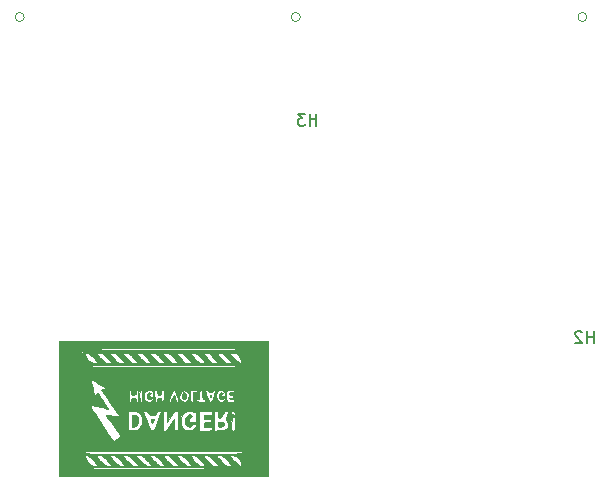
<source format=gbr>
G04 #@! TF.GenerationSoftware,KiCad,Pcbnew,(5.1.12)-1*
G04 #@! TF.CreationDate,2022-01-16T14:13:14-03:00*
G04 #@! TF.ProjectId,hamodule,68616d6f-6475-46c6-952e-6b696361645f,rev?*
G04 #@! TF.SameCoordinates,Original*
G04 #@! TF.FileFunction,Legend,Bot*
G04 #@! TF.FilePolarity,Positive*
%FSLAX46Y46*%
G04 Gerber Fmt 4.6, Leading zero omitted, Abs format (unit mm)*
G04 Created by KiCad (PCBNEW (5.1.12)-1) date 2022-01-16 14:13:14*
%MOMM*%
%LPD*%
G01*
G04 APERTURE LIST*
%ADD10C,0.120000*%
%ADD11C,0.010000*%
%ADD12C,0.150000*%
G04 APERTURE END LIST*
D10*
X199374902Y-79057500D02*
G75*
G03*
X199374902Y-79057500I-381000J0D01*
G01*
X151734503Y-79057500D02*
G75*
G03*
X151734503Y-79057500I-381000J0D01*
G01*
X175103902Y-79057500D02*
G75*
G03*
X175103902Y-79057500I-381000J0D01*
G01*
D11*
G36*
X172402500Y-106514900D02*
G01*
X154686000Y-106514900D01*
X154686000Y-112569197D01*
X156527581Y-112569197D01*
X156527598Y-112184315D01*
X156527795Y-111315728D01*
X156528486Y-110565040D01*
X156529888Y-109923147D01*
X156532213Y-109380948D01*
X156535677Y-108929342D01*
X156540493Y-108559226D01*
X156546877Y-108261499D01*
X156555043Y-108027058D01*
X156565205Y-107846802D01*
X156577578Y-107711629D01*
X156592375Y-107612438D01*
X156609812Y-107540125D01*
X156630103Y-107485590D01*
X156638723Y-107467400D01*
X156802116Y-107259855D01*
X156972000Y-107169360D01*
X157070995Y-107157110D01*
X157286412Y-107145783D01*
X157607674Y-107135391D01*
X158024204Y-107125945D01*
X158525427Y-107117458D01*
X159100767Y-107109943D01*
X159739647Y-107103411D01*
X160431493Y-107097875D01*
X161165727Y-107093347D01*
X161931774Y-107089840D01*
X162719058Y-107087365D01*
X163517003Y-107085936D01*
X164315032Y-107085564D01*
X165102571Y-107086261D01*
X165869042Y-107088040D01*
X166603870Y-107090914D01*
X167296479Y-107094893D01*
X167936293Y-107099992D01*
X168512736Y-107106221D01*
X169015232Y-107113594D01*
X169433204Y-107122122D01*
X169756078Y-107131818D01*
X169973276Y-107142694D01*
X170072178Y-107154151D01*
X170317124Y-107280850D01*
X170437754Y-107423672D01*
X170461239Y-107465332D01*
X170481513Y-107514222D01*
X170498777Y-107579289D01*
X170513228Y-107669481D01*
X170525066Y-107793744D01*
X170534490Y-107961026D01*
X170541698Y-108180275D01*
X170546888Y-108460437D01*
X170550261Y-108810459D01*
X170552014Y-109239289D01*
X170552347Y-109755873D01*
X170551459Y-110369160D01*
X170549547Y-111088096D01*
X170546811Y-111921628D01*
X170545576Y-112276103D01*
X170529250Y-116926056D01*
X170177136Y-117278150D01*
X163636612Y-117294904D01*
X162572825Y-117297481D01*
X161628732Y-117299383D01*
X160797033Y-117300519D01*
X160070424Y-117300800D01*
X159441601Y-117300133D01*
X158903263Y-117298429D01*
X158448106Y-117295596D01*
X158068827Y-117291545D01*
X157758123Y-117286184D01*
X157508692Y-117279424D01*
X157313231Y-117271172D01*
X157164436Y-117261339D01*
X157055005Y-117249834D01*
X156977634Y-117236566D01*
X156925022Y-117221444D01*
X156902042Y-117211311D01*
X156832506Y-117175159D01*
X156772154Y-117137776D01*
X156720336Y-117090434D01*
X156676402Y-117024408D01*
X156639703Y-116930972D01*
X156609587Y-116801398D01*
X156585406Y-116626961D01*
X156566508Y-116398934D01*
X156552245Y-116108590D01*
X156541966Y-115747203D01*
X156535021Y-115306046D01*
X156530760Y-114776394D01*
X156528533Y-114149519D01*
X156527690Y-113416696D01*
X156527581Y-112569197D01*
X154686000Y-112569197D01*
X154686000Y-117944900D01*
X172402500Y-117944900D01*
X172402500Y-106514900D01*
G37*
X172402500Y-106514900D02*
X154686000Y-106514900D01*
X154686000Y-112569197D01*
X156527581Y-112569197D01*
X156527598Y-112184315D01*
X156527795Y-111315728D01*
X156528486Y-110565040D01*
X156529888Y-109923147D01*
X156532213Y-109380948D01*
X156535677Y-108929342D01*
X156540493Y-108559226D01*
X156546877Y-108261499D01*
X156555043Y-108027058D01*
X156565205Y-107846802D01*
X156577578Y-107711629D01*
X156592375Y-107612438D01*
X156609812Y-107540125D01*
X156630103Y-107485590D01*
X156638723Y-107467400D01*
X156802116Y-107259855D01*
X156972000Y-107169360D01*
X157070995Y-107157110D01*
X157286412Y-107145783D01*
X157607674Y-107135391D01*
X158024204Y-107125945D01*
X158525427Y-107117458D01*
X159100767Y-107109943D01*
X159739647Y-107103411D01*
X160431493Y-107097875D01*
X161165727Y-107093347D01*
X161931774Y-107089840D01*
X162719058Y-107087365D01*
X163517003Y-107085936D01*
X164315032Y-107085564D01*
X165102571Y-107086261D01*
X165869042Y-107088040D01*
X166603870Y-107090914D01*
X167296479Y-107094893D01*
X167936293Y-107099992D01*
X168512736Y-107106221D01*
X169015232Y-107113594D01*
X169433204Y-107122122D01*
X169756078Y-107131818D01*
X169973276Y-107142694D01*
X170072178Y-107154151D01*
X170317124Y-107280850D01*
X170437754Y-107423672D01*
X170461239Y-107465332D01*
X170481513Y-107514222D01*
X170498777Y-107579289D01*
X170513228Y-107669481D01*
X170525066Y-107793744D01*
X170534490Y-107961026D01*
X170541698Y-108180275D01*
X170546888Y-108460437D01*
X170550261Y-108810459D01*
X170552014Y-109239289D01*
X170552347Y-109755873D01*
X170551459Y-110369160D01*
X170549547Y-111088096D01*
X170546811Y-111921628D01*
X170545576Y-112276103D01*
X170529250Y-116926056D01*
X170177136Y-117278150D01*
X163636612Y-117294904D01*
X162572825Y-117297481D01*
X161628732Y-117299383D01*
X160797033Y-117300519D01*
X160070424Y-117300800D01*
X159441601Y-117300133D01*
X158903263Y-117298429D01*
X158448106Y-117295596D01*
X158068827Y-117291545D01*
X157758123Y-117286184D01*
X157508692Y-117279424D01*
X157313231Y-117271172D01*
X157164436Y-117261339D01*
X157055005Y-117249834D01*
X156977634Y-117236566D01*
X156925022Y-117221444D01*
X156902042Y-117211311D01*
X156832506Y-117175159D01*
X156772154Y-117137776D01*
X156720336Y-117090434D01*
X156676402Y-117024408D01*
X156639703Y-116930972D01*
X156609587Y-116801398D01*
X156585406Y-116626961D01*
X156566508Y-116398934D01*
X156552245Y-116108590D01*
X156541966Y-115747203D01*
X156535021Y-115306046D01*
X156530760Y-114776394D01*
X156528533Y-114149519D01*
X156527690Y-113416696D01*
X156527581Y-112569197D01*
X154686000Y-112569197D01*
X154686000Y-117944900D01*
X172402500Y-117944900D01*
X172402500Y-106514900D01*
G36*
X170295931Y-117035933D02*
G01*
X170434000Y-116888965D01*
X170434000Y-112207046D01*
X170433999Y-107525128D01*
X170278136Y-107369264D01*
X170122272Y-107213400D01*
X156966227Y-107213400D01*
X156810363Y-107369264D01*
X156654500Y-107525128D01*
X156654500Y-107539193D01*
X156846485Y-107539193D01*
X156927982Y-107473419D01*
X156986166Y-107467400D01*
X157773739Y-107467400D01*
X158035123Y-107467400D01*
X158173149Y-107476023D01*
X158265755Y-107507060D01*
X158973461Y-107507060D01*
X159025081Y-107474999D01*
X159177202Y-107467407D01*
X159184985Y-107467400D01*
X160004789Y-107467400D01*
X160291605Y-107467400D01*
X160430762Y-107472561D01*
X160539468Y-107500220D01*
X160578748Y-107525520D01*
X161237083Y-107525520D01*
X161279324Y-107489409D01*
X161410585Y-107469056D01*
X161470154Y-107467400D01*
X162297944Y-107467400D01*
X162571847Y-107468016D01*
X162705991Y-107474438D01*
X162814041Y-107505117D01*
X162923596Y-107578229D01*
X163062257Y-107711947D01*
X163246845Y-107912516D01*
X163647940Y-108356400D01*
X163370913Y-108356400D01*
X163235671Y-108350598D01*
X163127839Y-108321046D01*
X163019756Y-108249530D01*
X162883761Y-108117834D01*
X162695915Y-107911900D01*
X162297944Y-107467400D01*
X163426862Y-107467400D01*
X163687434Y-107467400D01*
X164578920Y-107467400D01*
X164849253Y-107467400D01*
X164990137Y-107474856D01*
X165102866Y-107510196D01*
X165142050Y-107538187D01*
X165780588Y-107538187D01*
X165784730Y-107488742D01*
X165850783Y-107470186D01*
X165963641Y-107467400D01*
X166094448Y-107477999D01*
X166211847Y-107521826D01*
X166217026Y-107525520D01*
X166888583Y-107525520D01*
X166930805Y-107489381D01*
X167062020Y-107469038D01*
X167121171Y-107467400D01*
X167249944Y-107475264D01*
X167357379Y-107511315D01*
X167364994Y-107516860D01*
X168021000Y-107516860D01*
X168077284Y-107485595D01*
X168217521Y-107468492D01*
X168269374Y-107467400D01*
X169089697Y-107467400D01*
X169376597Y-107467400D01*
X169551432Y-107477205D01*
X169675143Y-107523613D01*
X169795078Y-107632116D01*
X169889998Y-107743815D01*
X170030237Y-107949657D01*
X170106306Y-108134616D01*
X170113789Y-108275348D01*
X170048271Y-108348512D01*
X170005375Y-108353803D01*
X169916055Y-108307918D01*
X169769021Y-108187045D01*
X169589119Y-108012699D01*
X169491973Y-107909303D01*
X169089697Y-107467400D01*
X168269374Y-107467400D01*
X168396192Y-107475939D01*
X168504599Y-107513825D01*
X168622151Y-107599460D01*
X168776403Y-107751247D01*
X168911167Y-107896025D01*
X169304585Y-108324650D01*
X169065828Y-108344938D01*
X168943011Y-108347124D01*
X168837256Y-108318524D01*
X168720071Y-108242304D01*
X168562962Y-108101630D01*
X168424035Y-107965772D01*
X168244859Y-107783000D01*
X168106620Y-107632110D01*
X168029934Y-107536063D01*
X168021000Y-107516860D01*
X167364994Y-107516860D01*
X167471274Y-107594241D01*
X167619426Y-107742731D01*
X167758698Y-107896025D01*
X168142471Y-108324650D01*
X167898859Y-108343804D01*
X167772177Y-108345883D01*
X167666740Y-108317140D01*
X167553009Y-108239818D01*
X167401440Y-108096160D01*
X167282498Y-107973299D01*
X167109812Y-107788776D01*
X166974074Y-107636215D01*
X166897362Y-107540713D01*
X166888583Y-107525520D01*
X166217026Y-107525520D01*
X166345201Y-107616925D01*
X166523872Y-107781344D01*
X166606416Y-107862441D01*
X166784517Y-108044204D01*
X166921559Y-108194049D01*
X166996806Y-108288850D01*
X167005000Y-108306941D01*
X166948838Y-108338630D01*
X166809444Y-108355535D01*
X166764705Y-108356400D01*
X166623456Y-108343548D01*
X166500295Y-108291184D01*
X166360485Y-108178603D01*
X166205409Y-108023025D01*
X165984350Y-107790213D01*
X165844935Y-107633639D01*
X165780588Y-107538187D01*
X165142050Y-107538187D01*
X165218612Y-107592878D01*
X165368550Y-107742360D01*
X165474917Y-107857937D01*
X165641197Y-108044174D01*
X165771490Y-108196639D01*
X165844034Y-108289642D01*
X165851416Y-108302437D01*
X165809224Y-108336048D01*
X165678087Y-108354914D01*
X165619831Y-108356400D01*
X165493582Y-108348831D01*
X165388000Y-108313839D01*
X165276274Y-108233000D01*
X165131591Y-108087888D01*
X164973000Y-107911900D01*
X164578920Y-107467400D01*
X163687434Y-107467400D01*
X163825166Y-107476097D01*
X163940112Y-107514848D01*
X164063250Y-107602647D01*
X164225560Y-107758488D01*
X164317628Y-107853781D01*
X164489562Y-108037547D01*
X164624479Y-108189328D01*
X164700188Y-108283885D01*
X164708416Y-108298281D01*
X164666498Y-108334870D01*
X164536037Y-108355033D01*
X164483512Y-108356400D01*
X164365970Y-108347547D01*
X164257349Y-108311327D01*
X164139307Y-108233247D01*
X163993504Y-108098815D01*
X163801598Y-107893541D01*
X163579349Y-107642025D01*
X163426862Y-107467400D01*
X162297944Y-107467400D01*
X161470154Y-107467400D01*
X161599072Y-107475285D01*
X161706930Y-107511323D01*
X161821539Y-107594088D01*
X161970708Y-107742156D01*
X162111864Y-107896025D01*
X162499337Y-108324650D01*
X162251542Y-108343804D01*
X162123234Y-108346186D01*
X162017510Y-108318384D01*
X161904643Y-108242652D01*
X161754906Y-108101240D01*
X161630998Y-107973299D01*
X161458312Y-107788776D01*
X161322574Y-107636215D01*
X161245862Y-107540713D01*
X161237083Y-107525520D01*
X160578748Y-107525520D01*
X160645708Y-107568647D01*
X160777466Y-107696111D01*
X160962725Y-107900879D01*
X160972500Y-107911900D01*
X161366579Y-108356400D01*
X161090164Y-108351453D01*
X160953912Y-108342511D01*
X160843212Y-108309158D01*
X160730045Y-108233102D01*
X160586389Y-108096051D01*
X160409269Y-107906953D01*
X160004789Y-107467400D01*
X159184985Y-107467400D01*
X159311983Y-107476033D01*
X159421362Y-107514033D01*
X159540675Y-107599556D01*
X159697477Y-107750754D01*
X159835527Y-107896025D01*
X160237116Y-108324650D01*
X159992130Y-108344921D01*
X159856716Y-108346784D01*
X159743550Y-108314131D01*
X159618852Y-108228766D01*
X159448839Y-108072496D01*
X159402639Y-108027421D01*
X159226857Y-107848524D01*
X159083653Y-107690849D01*
X159001284Y-107585671D01*
X158997083Y-107578525D01*
X158973461Y-107507060D01*
X158265755Y-107507060D01*
X158288110Y-107514552D01*
X158411021Y-107601979D01*
X158572897Y-107757295D01*
X158666128Y-107853781D01*
X158838062Y-108037547D01*
X158972979Y-108189328D01*
X159048688Y-108283885D01*
X159056916Y-108298281D01*
X159014984Y-108334850D01*
X158884491Y-108355021D01*
X158831678Y-108356400D01*
X158728171Y-108353456D01*
X158641130Y-108335035D01*
X158552177Y-108286755D01*
X158442931Y-108194233D01*
X158295013Y-108043086D01*
X158090044Y-107818933D01*
X157959334Y-107673775D01*
X157773739Y-107467400D01*
X156986166Y-107467400D01*
X157111043Y-107515693D01*
X157297886Y-107652877D01*
X157525916Y-107862441D01*
X157704017Y-108044204D01*
X157841059Y-108194049D01*
X157916306Y-108288850D01*
X157924500Y-108306941D01*
X157868407Y-108338866D01*
X157729484Y-108355650D01*
X157688556Y-108356400D01*
X157538792Y-108340221D01*
X157402950Y-108277606D01*
X157242949Y-108147446D01*
X157148806Y-108057163D01*
X156960476Y-107844047D01*
X156858509Y-107667064D01*
X156846485Y-107539193D01*
X156654500Y-107539193D01*
X156654500Y-108578650D01*
X156822036Y-108578650D01*
X156826807Y-108563409D01*
X156858053Y-108549859D01*
X156922618Y-108537903D01*
X157027344Y-108527443D01*
X157179075Y-108518384D01*
X157384655Y-108510628D01*
X157650926Y-108504078D01*
X157984732Y-108498638D01*
X158392916Y-108494209D01*
X158882321Y-108490696D01*
X159459791Y-108488002D01*
X160132170Y-108486029D01*
X160906299Y-108484680D01*
X161789023Y-108483859D01*
X162787185Y-108483469D01*
X163546242Y-108483400D01*
X164628925Y-108483554D01*
X165591484Y-108484079D01*
X166440799Y-108485071D01*
X167183745Y-108486629D01*
X167827202Y-108488849D01*
X168378045Y-108491828D01*
X168843152Y-108495663D01*
X169229400Y-108500450D01*
X169543667Y-108506287D01*
X169792830Y-108513271D01*
X169983767Y-108521497D01*
X170123353Y-108531064D01*
X170218468Y-108542069D01*
X170275988Y-108554607D01*
X170302790Y-108568776D01*
X170307000Y-108578650D01*
X170296107Y-108593943D01*
X170258833Y-108607535D01*
X170188280Y-108619522D01*
X170077554Y-108630004D01*
X169919759Y-108639078D01*
X169707998Y-108646841D01*
X169435376Y-108653391D01*
X169094998Y-108658826D01*
X168679967Y-108663243D01*
X168183387Y-108666741D01*
X167598363Y-108669416D01*
X166918000Y-108671367D01*
X166135400Y-108672691D01*
X165243669Y-108673485D01*
X164235910Y-108673849D01*
X163582793Y-108673900D01*
X162502219Y-108673742D01*
X161541714Y-108673203D01*
X160694348Y-108672184D01*
X159953192Y-108670589D01*
X159311316Y-108668320D01*
X158761789Y-108665278D01*
X158297681Y-108661367D01*
X157912063Y-108656489D01*
X157598003Y-108650546D01*
X157348573Y-108643441D01*
X157156842Y-108635075D01*
X157015880Y-108625352D01*
X156918757Y-108614174D01*
X156858543Y-108601442D01*
X156828308Y-108587060D01*
X156822036Y-108578650D01*
X156654500Y-108578650D01*
X156654500Y-111871279D01*
X157246918Y-111871279D01*
X157247296Y-111869937D01*
X157315474Y-111874373D01*
X157482112Y-111905905D01*
X157722826Y-111959408D01*
X158013230Y-112029759D01*
X158040084Y-112036518D01*
X158334315Y-112110221D01*
X158581263Y-112170984D01*
X158756332Y-112212834D01*
X158834926Y-112229797D01*
X158836326Y-112229900D01*
X158813946Y-112180759D01*
X158731602Y-112045966D01*
X158601358Y-111844465D01*
X158435281Y-111595201D01*
X158381351Y-111515525D01*
X158187114Y-111231064D01*
X158051261Y-111039613D01*
X157961277Y-110928817D01*
X157904644Y-110886319D01*
X157868845Y-110899765D01*
X157841363Y-110956799D01*
X157834552Y-110975775D01*
X157776605Y-111100679D01*
X157727062Y-111150400D01*
X157700163Y-111093471D01*
X157652201Y-110942369D01*
X157590872Y-110726622D01*
X157523872Y-110475757D01*
X157458897Y-110219302D01*
X157403644Y-109986785D01*
X157365809Y-109807733D01*
X157353000Y-109715281D01*
X157403931Y-109723033D01*
X157555103Y-109804089D01*
X157804082Y-109957008D01*
X158148434Y-110180349D01*
X158235135Y-110237720D01*
X158641020Y-110507100D01*
X158439899Y-110559216D01*
X158238777Y-110611331D01*
X158623978Y-111150400D01*
X160591500Y-111150400D01*
X160595986Y-110889750D01*
X160612264Y-110733324D01*
X160644561Y-110658572D01*
X160686750Y-110642400D01*
X160762369Y-110699197D01*
X160782000Y-110832900D01*
X160797734Y-110967832D01*
X160871954Y-111017564D01*
X160972500Y-111023400D01*
X161107431Y-111007666D01*
X161157163Y-110933446D01*
X161163000Y-110832900D01*
X161191398Y-110681661D01*
X161258250Y-110642400D01*
X161307121Y-110666328D01*
X161336451Y-110753142D01*
X161350467Y-110925394D01*
X161350647Y-110938779D01*
X161486984Y-110938779D01*
X161504224Y-110762610D01*
X161549989Y-110670755D01*
X161629441Y-110642529D01*
X161637257Y-110642400D01*
X161686766Y-110664773D01*
X161716572Y-110747179D01*
X161731024Y-110912550D01*
X161734433Y-111150400D01*
X161861500Y-111150400D01*
X161911305Y-110896091D01*
X162047097Y-110721721D01*
X162248441Y-110641790D01*
X162494903Y-110670801D01*
X162523056Y-110680944D01*
X162599042Y-110772292D01*
X162613149Y-110886861D01*
X162756803Y-110886861D01*
X162763141Y-110739934D01*
X162788598Y-110667696D01*
X162839058Y-110644099D01*
X162874828Y-110642400D01*
X162969444Y-110671203D01*
X163002971Y-110779774D01*
X163004500Y-110832900D01*
X163021585Y-110969046D01*
X163094215Y-111018851D01*
X163163250Y-111023400D01*
X163276704Y-111002897D01*
X163318208Y-110915741D01*
X163322000Y-110832900D01*
X163341605Y-110693901D01*
X163415508Y-110644646D01*
X163451671Y-110642400D01*
X163516580Y-110651634D01*
X163553596Y-110696700D01*
X163568600Y-110803648D01*
X163567473Y-110998526D01*
X163562796Y-111134525D01*
X163547769Y-111392788D01*
X163523307Y-111545911D01*
X163484371Y-111615680D01*
X163449000Y-111626650D01*
X163369269Y-111569816D01*
X163333657Y-111452025D01*
X163292146Y-111320263D01*
X163188672Y-111278109D01*
X163163250Y-111277400D01*
X163046308Y-111308012D01*
X162996840Y-111422586D01*
X162992842Y-111452025D01*
X162946402Y-111586209D01*
X162877500Y-111626650D01*
X162826482Y-111599300D01*
X162793206Y-111502725D01*
X162772633Y-111315141D01*
X162763703Y-111134525D01*
X162756803Y-110886861D01*
X162613149Y-110886861D01*
X162623500Y-110970912D01*
X162616277Y-111131630D01*
X162578330Y-111198785D01*
X162485242Y-111205655D01*
X162453772Y-111202243D01*
X162330986Y-111163318D01*
X162259172Y-111100325D01*
X162258992Y-111043730D01*
X162332458Y-111023400D01*
X162419943Y-110972700D01*
X162433000Y-110923734D01*
X162385565Y-110848339D01*
X162290125Y-110844359D01*
X162194845Y-110880602D01*
X162146777Y-110977770D01*
X162128116Y-111126481D01*
X162141586Y-111324835D01*
X162208024Y-111430275D01*
X162313719Y-111430289D01*
X162394876Y-111369952D01*
X162521811Y-111282658D01*
X162600978Y-111293825D01*
X162614470Y-111378475D01*
X162544383Y-111511632D01*
X162518408Y-111542275D01*
X162373475Y-111637529D01*
X163978462Y-111637529D01*
X163981668Y-111565057D01*
X164022597Y-111404950D01*
X164093007Y-111187962D01*
X164116706Y-111121685D01*
X164232588Y-110836782D01*
X164332280Y-110676447D01*
X164423771Y-110640570D01*
X164515051Y-110729040D01*
X164614106Y-110941748D01*
X164675583Y-111113995D01*
X164696361Y-111180862D01*
X164846000Y-111180862D01*
X164882383Y-110973937D01*
X164973300Y-110784698D01*
X165061881Y-110690998D01*
X165234042Y-110644144D01*
X165426516Y-110687804D01*
X165544500Y-110769400D01*
X165644486Y-110942009D01*
X165666247Y-111150974D01*
X165665357Y-111155057D01*
X165798500Y-111155057D01*
X165798500Y-110642400D01*
X166116000Y-110642400D01*
X166315663Y-110652597D01*
X166413183Y-110687902D01*
X166433500Y-110737650D01*
X166381406Y-110810513D01*
X166227125Y-110832785D01*
X166020750Y-110832669D01*
X166020750Y-111228478D01*
X166014605Y-111452647D01*
X166002887Y-111515525D01*
X166318588Y-111515525D01*
X166341425Y-111424666D01*
X166428843Y-111404400D01*
X166505666Y-111389999D01*
X166545147Y-111326300D01*
X166559239Y-111182562D01*
X166560500Y-111065734D01*
X166568495Y-110835554D01*
X166599396Y-110705823D01*
X166663574Y-110650613D01*
X166729833Y-110642400D01*
X166781299Y-110684851D01*
X166788172Y-110720203D01*
X167068500Y-110720203D01*
X167111790Y-110652829D01*
X167203512Y-110651599D01*
X167286436Y-110712193D01*
X167299536Y-110737650D01*
X167384427Y-110811311D01*
X167490036Y-110832900D01*
X167622535Y-110797867D01*
X167680536Y-110737650D01*
X167767224Y-110656955D01*
X167835551Y-110642400D01*
X167890424Y-110651085D01*
X167910300Y-110692806D01*
X167892200Y-110791068D01*
X167833142Y-110969373D01*
X167773145Y-111134525D01*
X167762548Y-111160381D01*
X167961276Y-111160381D01*
X167983671Y-110937936D01*
X168081018Y-110772882D01*
X168267362Y-110666763D01*
X168488575Y-110650590D01*
X168681060Y-110724907D01*
X168768758Y-110864737D01*
X168772572Y-110994782D01*
X168772459Y-110995218D01*
X168854004Y-110995218D01*
X168859879Y-110814862D01*
X168872988Y-110728464D01*
X168949994Y-110672033D01*
X169098138Y-110642266D01*
X169273653Y-110638566D01*
X169432771Y-110660335D01*
X169531723Y-110706973D01*
X169545000Y-110737650D01*
X169496805Y-110808099D01*
X169342991Y-110832728D01*
X169322750Y-110832900D01*
X169169570Y-110847107D01*
X169107764Y-110902567D01*
X169100500Y-110959900D01*
X169130436Y-111052861D01*
X169241824Y-111085590D01*
X169291000Y-111086900D01*
X169442239Y-111115299D01*
X169481500Y-111182150D01*
X169424703Y-111257770D01*
X169291000Y-111277400D01*
X169157243Y-111295794D01*
X169100514Y-111340110D01*
X169100500Y-111340900D01*
X169156403Y-111382525D01*
X169294219Y-111403718D01*
X169327406Y-111404400D01*
X169479468Y-111416759D01*
X169534538Y-111464104D01*
X169532911Y-111515525D01*
X169492071Y-111584557D01*
X169383998Y-111618263D01*
X169194880Y-111626650D01*
X168878250Y-111626650D01*
X168859106Y-111220589D01*
X168854004Y-110995218D01*
X168772459Y-110995218D01*
X168737608Y-111129610D01*
X168646915Y-111177937D01*
X168566041Y-111182150D01*
X168424969Y-111157884D01*
X168354375Y-111102775D01*
X168380726Y-111034675D01*
X168428458Y-111023400D01*
X168515943Y-110972700D01*
X168529000Y-110923734D01*
X168481565Y-110848339D01*
X168386125Y-110844359D01*
X168290845Y-110880602D01*
X168242777Y-110977770D01*
X168224116Y-111126481D01*
X168237586Y-111324835D01*
X168304024Y-111430275D01*
X168409719Y-111430289D01*
X168490876Y-111369952D01*
X168613577Y-111285976D01*
X168693002Y-111305067D01*
X168708041Y-111418998D01*
X168633851Y-111563017D01*
X168487175Y-111634547D01*
X168305683Y-111624297D01*
X168163747Y-111553230D01*
X168022931Y-111380855D01*
X167961276Y-111160381D01*
X167762548Y-111160381D01*
X167679071Y-111364039D01*
X167588044Y-111541363D01*
X167515947Y-111636794D01*
X167500163Y-111645058D01*
X167420968Y-111596509D01*
X167320354Y-111423286D01*
X167238275Y-111230736D01*
X167154940Y-111008244D01*
X167094379Y-110827326D01*
X167068688Y-110724358D01*
X167068500Y-110720203D01*
X166788172Y-110720203D01*
X166808192Y-110823159D01*
X166814500Y-111018984D01*
X166819091Y-111230675D01*
X166840405Y-111346898D01*
X166889753Y-111399072D01*
X166957375Y-111415859D01*
X167069081Y-111467759D01*
X167100250Y-111531400D01*
X167070938Y-111586763D01*
X166967055Y-111616455D01*
X166764679Y-111626473D01*
X166720119Y-111626650D01*
X166500971Y-111620008D01*
X166379421Y-111594739D01*
X166326514Y-111542830D01*
X166318588Y-111515525D01*
X166002887Y-111515525D01*
X165991101Y-111578758D01*
X165942635Y-111635377D01*
X165909625Y-111646000D01*
X165854323Y-111643355D01*
X165820993Y-111592996D01*
X165804264Y-111471192D01*
X165798765Y-111254213D01*
X165798500Y-111155057D01*
X165665357Y-111155057D01*
X165620436Y-111360951D01*
X165517707Y-111536596D01*
X165368712Y-111642565D01*
X165276544Y-111658400D01*
X165126352Y-111604661D01*
X164979219Y-111472182D01*
X164874012Y-111304069D01*
X164846000Y-111180862D01*
X164696361Y-111180862D01*
X164745934Y-111340393D01*
X164790242Y-111517674D01*
X164800939Y-111614356D01*
X164797738Y-111621995D01*
X164696328Y-111660972D01*
X164600693Y-111581797D01*
X164520783Y-111393250D01*
X164515086Y-111372650D01*
X164462193Y-111204082D01*
X164414940Y-111101459D01*
X164398381Y-111086900D01*
X164357240Y-111141595D01*
X164301895Y-111278922D01*
X164280996Y-111344258D01*
X164200162Y-111529438D01*
X164101066Y-111640473D01*
X164005327Y-111656406D01*
X163978462Y-111637529D01*
X162373475Y-111637529D01*
X162354918Y-111649725D01*
X162181835Y-111650476D01*
X162024823Y-111559838D01*
X161909547Y-111393120D01*
X161861669Y-111165633D01*
X161861500Y-111150400D01*
X161734433Y-111150400D01*
X161734500Y-111155057D01*
X161731574Y-111409658D01*
X161719219Y-111561079D01*
X161692062Y-111633075D01*
X161644732Y-111649400D01*
X161623375Y-111646544D01*
X161559571Y-111609728D01*
X161520869Y-111511252D01*
X161498946Y-111323855D01*
X161493106Y-111219951D01*
X161486984Y-110938779D01*
X161350647Y-110938779D01*
X161353500Y-111150400D01*
X161349013Y-111411051D01*
X161332735Y-111567477D01*
X161300438Y-111642229D01*
X161258250Y-111658400D01*
X161182630Y-111601604D01*
X161163000Y-111467900D01*
X161147265Y-111332969D01*
X161073045Y-111283237D01*
X160972500Y-111277400D01*
X160837568Y-111293135D01*
X160787836Y-111367355D01*
X160782000Y-111467900D01*
X160753601Y-111619140D01*
X160686750Y-111658400D01*
X160637878Y-111634473D01*
X160608548Y-111547659D01*
X160594532Y-111375407D01*
X160591500Y-111150400D01*
X158623978Y-111150400D01*
X159032597Y-111722241D01*
X159262686Y-112048938D01*
X159460956Y-112339553D01*
X159617612Y-112578958D01*
X159722862Y-112752025D01*
X159766913Y-112843626D01*
X159765279Y-112854044D01*
X159675759Y-112855285D01*
X159498694Y-112838695D01*
X159271725Y-112807838D01*
X159262532Y-112806419D01*
X158994070Y-112764878D01*
X158807077Y-112744355D01*
X158700949Y-112756986D01*
X158675084Y-112814908D01*
X158728881Y-112930255D01*
X158861735Y-113115166D01*
X158915023Y-113182400D01*
X160528000Y-113182400D01*
X160528000Y-112420400D01*
X160915350Y-112420400D01*
X161140378Y-112426980D01*
X161188506Y-112437257D01*
X161798000Y-112437257D01*
X161853343Y-112425447D01*
X161986794Y-112420403D01*
X161990071Y-112420400D01*
X162147665Y-112450627D01*
X162235096Y-112560699D01*
X162242500Y-112579150D01*
X162299793Y-112680274D01*
X162397236Y-112726597D01*
X162577287Y-112737896D01*
X162583294Y-112737900D01*
X162762279Y-112728712D01*
X162854349Y-112688085D01*
X162899037Y-112596423D01*
X162903575Y-112579150D01*
X162963579Y-112461033D01*
X163089031Y-112421584D01*
X163132709Y-112420400D01*
X163266065Y-112427157D01*
X163321997Y-112443417D01*
X163322000Y-112443539D01*
X163300422Y-112514885D01*
X163242877Y-112676119D01*
X163160145Y-112899049D01*
X163063007Y-113155481D01*
X162962245Y-113417221D01*
X162868640Y-113656076D01*
X162792972Y-113843852D01*
X162746023Y-113952354D01*
X162742026Y-113960233D01*
X162628340Y-114053342D01*
X162540784Y-114059379D01*
X162475550Y-114031047D01*
X162408606Y-113953561D01*
X162330308Y-113809118D01*
X162231008Y-113579912D01*
X162101061Y-113248140D01*
X162100580Y-113246882D01*
X161989235Y-112953966D01*
X161896339Y-112707319D01*
X161830238Y-112529271D01*
X161799275Y-112442147D01*
X161798000Y-112437257D01*
X161188506Y-112437257D01*
X161288084Y-112458520D01*
X161407937Y-112532727D01*
X161518600Y-112636300D01*
X161651419Y-112786546D01*
X161715184Y-112926925D01*
X161733996Y-113118040D01*
X161734500Y-113179204D01*
X161693028Y-113532490D01*
X161567975Y-113791420D01*
X161383405Y-113945387D01*
X161250190Y-113989607D01*
X161062673Y-114021007D01*
X160859155Y-114037496D01*
X160677933Y-114036982D01*
X160557307Y-114017373D01*
X160529434Y-113992025D01*
X160528877Y-113913303D01*
X160528420Y-113734208D01*
X160528112Y-113481370D01*
X160528000Y-113182400D01*
X158915023Y-113182400D01*
X159073046Y-113381775D01*
X159224620Y-113570283D01*
X159446022Y-113849058D01*
X159618424Y-114071400D01*
X163449000Y-114071400D01*
X163449000Y-112420400D01*
X163824436Y-112420400D01*
X163843093Y-112879825D01*
X163861750Y-113339249D01*
X164138910Y-112879825D01*
X164281871Y-112651527D01*
X164386688Y-112513475D01*
X164475193Y-112443968D01*
X164569222Y-112421308D01*
X164601182Y-112420400D01*
X164786294Y-112420400D01*
X164768277Y-113241201D01*
X164970092Y-113241201D01*
X165009800Y-112937903D01*
X165139589Y-112688552D01*
X165348444Y-112511646D01*
X165625348Y-112425689D01*
X165721872Y-112420400D01*
X165944388Y-112441969D01*
X166126414Y-112497018D01*
X166165370Y-112519251D01*
X166250837Y-112602785D01*
X166293501Y-112724875D01*
X166306343Y-112926401D01*
X166306500Y-112963751D01*
X166306500Y-113309400D01*
X165989000Y-113309400D01*
X165800566Y-113304254D01*
X165706562Y-113277987D01*
X165674507Y-113214361D01*
X165671500Y-113150650D01*
X165701265Y-113026165D01*
X165798500Y-112991900D01*
X165897441Y-112946518D01*
X165925779Y-112846526D01*
X165878350Y-112746154D01*
X165825056Y-112712944D01*
X165682443Y-112678530D01*
X165569241Y-112722253D01*
X165481000Y-112801400D01*
X165389008Y-112969538D01*
X165353952Y-113198587D01*
X165377690Y-113435023D01*
X165452850Y-113612771D01*
X165589611Y-113724996D01*
X165749852Y-113747525D01*
X165887601Y-113678984D01*
X165925500Y-113626900D01*
X166019180Y-113536911D01*
X166145364Y-113499728D01*
X166256855Y-113518680D01*
X166306460Y-113597094D01*
X166306500Y-113600035D01*
X166264207Y-113704625D01*
X166158368Y-113845500D01*
X166112968Y-113893702D01*
X165974187Y-114015071D01*
X165846225Y-114062929D01*
X165666019Y-114058528D01*
X165634141Y-114055077D01*
X165352786Y-113983758D01*
X165159990Y-113833080D01*
X165033267Y-113585316D01*
X165031480Y-113579942D01*
X164970092Y-113241201D01*
X164768277Y-113241201D01*
X164750750Y-114039650D01*
X164592000Y-114039650D01*
X164510927Y-114032956D01*
X164462060Y-113995055D01*
X164435414Y-113899223D01*
X164421001Y-113718733D01*
X164414284Y-113563991D01*
X164395319Y-113088332D01*
X164081749Y-113579866D01*
X163920712Y-113822153D01*
X163801541Y-113971986D01*
X163705695Y-114048625D01*
X163614635Y-114071332D01*
X163608589Y-114071400D01*
X166560500Y-114071400D01*
X166560500Y-112420400D01*
X167100250Y-112420400D01*
X167830500Y-112420400D01*
X167989250Y-112420400D01*
X168087211Y-112432244D01*
X168133624Y-112490461D01*
X168147393Y-112629078D01*
X168148000Y-112706150D01*
X168156248Y-112884618D01*
X168190656Y-112969024D01*
X168265718Y-112991770D01*
X168275825Y-112991900D01*
X168389633Y-112939984D01*
X168506251Y-112776717D01*
X168542478Y-112706150D01*
X168636771Y-112532964D01*
X168723309Y-112448234D01*
X168839214Y-112421609D01*
X168891973Y-112420400D01*
X169102639Y-112420400D01*
X169012869Y-112597554D01*
X169236453Y-112597554D01*
X169253339Y-112508156D01*
X169334574Y-112432387D01*
X169452794Y-112436030D01*
X169557593Y-112506345D01*
X169597041Y-112595025D01*
X169588011Y-112702533D01*
X169495672Y-112736902D01*
X169457914Y-112737900D01*
X169296558Y-112700908D01*
X169236453Y-112597554D01*
X169012869Y-112597554D01*
X168940363Y-112740637D01*
X168778087Y-113060873D01*
X168907543Y-113225450D01*
X169020668Y-113446092D01*
X169007134Y-113662696D01*
X168962507Y-113735825D01*
X169245100Y-113735825D01*
X169258011Y-113498528D01*
X169263161Y-113435527D01*
X169287592Y-113183595D01*
X169313211Y-113032659D01*
X169349891Y-112957009D01*
X169407507Y-112930940D01*
X169457949Y-112928400D01*
X169529235Y-112933927D01*
X169573500Y-112966788D01*
X169597176Y-113051405D01*
X169606697Y-113212200D01*
X169608496Y-113473593D01*
X169608500Y-113499900D01*
X169607150Y-113770460D01*
X169598682Y-113938454D01*
X169576470Y-114028317D01*
X169533886Y-114064480D01*
X169464305Y-114071379D01*
X169453497Y-114071400D01*
X169318805Y-114047650D01*
X169258709Y-114007027D01*
X169245241Y-113917019D01*
X169245100Y-113735825D01*
X168962507Y-113735825D01*
X168890888Y-113853184D01*
X168795287Y-113945546D01*
X168680225Y-114002199D01*
X168508007Y-114035801D01*
X168287638Y-114055757D01*
X167830500Y-114088465D01*
X167830500Y-112420400D01*
X167100250Y-112420400D01*
X167361622Y-112421858D01*
X167521139Y-112431161D01*
X167603944Y-112455705D01*
X167635183Y-112502884D01*
X167640000Y-112579150D01*
X167630934Y-112670070D01*
X167583017Y-112717411D01*
X167465172Y-112735300D01*
X167290750Y-112737900D01*
X167091089Y-112741099D01*
X166987167Y-112762063D01*
X166947724Y-112817842D01*
X166941500Y-112925487D01*
X166941500Y-112928400D01*
X166948436Y-113041172D01*
X166991086Y-113097407D01*
X167102210Y-113116761D01*
X167259000Y-113118900D01*
X167449437Y-113125587D01*
X167544416Y-113153968D01*
X167575141Y-113216526D01*
X167576500Y-113245900D01*
X167559783Y-113322076D01*
X167488831Y-113360067D01*
X167332437Y-113372357D01*
X167259000Y-113372900D01*
X167071047Y-113377062D01*
X166977322Y-113402653D01*
X166945065Y-113469327D01*
X166941500Y-113563400D01*
X166947364Y-113672306D01*
X166985797Y-113728991D01*
X167088059Y-113750505D01*
X167285409Y-113753900D01*
X167290750Y-113753900D01*
X167490772Y-113758021D01*
X167594922Y-113779802D01*
X167634278Y-113833368D01*
X167640000Y-113912650D01*
X167635044Y-113989525D01*
X167603414Y-114036441D01*
X167519966Y-114060796D01*
X167359555Y-114069984D01*
X167100250Y-114071400D01*
X166560500Y-114071400D01*
X163608589Y-114071400D01*
X163449000Y-114071400D01*
X159618424Y-114071400D01*
X159636446Y-114094642D01*
X159782739Y-114289598D01*
X159871747Y-114416489D01*
X159893000Y-114456374D01*
X159846618Y-114518210D01*
X159730484Y-114625041D01*
X159579116Y-114749357D01*
X159427030Y-114863648D01*
X159308743Y-114940405D01*
X159264743Y-114957090D01*
X159219870Y-114905481D01*
X159117868Y-114763633D01*
X158969301Y-114547712D01*
X158784734Y-114273885D01*
X158574733Y-113958321D01*
X158349863Y-113617185D01*
X158120690Y-113266644D01*
X157897778Y-112922868D01*
X157691692Y-112602021D01*
X157512998Y-112320271D01*
X157372261Y-112093786D01*
X157280046Y-111938733D01*
X157246918Y-111871279D01*
X156654500Y-111871279D01*
X156654500Y-115912900D01*
X156781500Y-115912900D01*
X156783091Y-115892710D01*
X156792613Y-115874782D01*
X156817186Y-115858981D01*
X156863932Y-115845174D01*
X156939973Y-115833225D01*
X157052429Y-115823000D01*
X157208423Y-115814366D01*
X157415075Y-115807187D01*
X157679508Y-115801330D01*
X158008841Y-115796659D01*
X158410197Y-115793041D01*
X158890697Y-115790341D01*
X159457463Y-115788425D01*
X160117615Y-115787159D01*
X160878276Y-115786408D01*
X161746566Y-115786037D01*
X162729607Y-115785913D01*
X163512500Y-115785900D01*
X164582576Y-115785931D01*
X165532774Y-115786110D01*
X166370215Y-115786574D01*
X167102020Y-115787456D01*
X167735311Y-115788891D01*
X168277208Y-115791012D01*
X168734834Y-115793956D01*
X169115309Y-115797855D01*
X169425756Y-115802844D01*
X169673294Y-115809058D01*
X169865047Y-115816631D01*
X170008134Y-115825697D01*
X170109678Y-115836390D01*
X170176800Y-115848846D01*
X170216621Y-115863198D01*
X170236263Y-115879581D01*
X170242847Y-115898129D01*
X170243500Y-115912900D01*
X170241908Y-115933091D01*
X170232386Y-115951019D01*
X170207813Y-115966820D01*
X170161067Y-115980627D01*
X170085026Y-115992576D01*
X169972570Y-116002801D01*
X169816576Y-116011435D01*
X169609924Y-116018614D01*
X169345491Y-116024471D01*
X169016158Y-116029142D01*
X168614802Y-116032760D01*
X168134302Y-116035460D01*
X167567536Y-116037376D01*
X166907384Y-116038642D01*
X166146723Y-116039393D01*
X165278433Y-116039764D01*
X164295392Y-116039888D01*
X163512500Y-116039900D01*
X162442423Y-116039870D01*
X161492225Y-116039691D01*
X160654784Y-116039227D01*
X159922979Y-116038345D01*
X159289688Y-116036910D01*
X158747791Y-116034789D01*
X158290165Y-116031845D01*
X157909690Y-116027946D01*
X157599243Y-116022957D01*
X157351705Y-116016743D01*
X157159952Y-116009170D01*
X157016865Y-116000104D01*
X156915321Y-115989411D01*
X156848199Y-115976955D01*
X156808378Y-115962603D01*
X156788736Y-115946220D01*
X156782152Y-115927672D01*
X156781500Y-115912900D01*
X156654500Y-115912900D01*
X156654500Y-116166900D01*
X157786697Y-116166900D01*
X158066572Y-116166900D01*
X158927420Y-116166900D01*
X159191311Y-116166900D01*
X159329891Y-116175047D01*
X159418436Y-116204147D01*
X160083500Y-116204147D01*
X160139624Y-116180120D01*
X160278652Y-116167472D01*
X160319916Y-116166900D01*
X160368652Y-116171300D01*
X161226500Y-116171300D01*
X161282343Y-116146400D01*
X161419929Y-116137402D01*
X161452140Y-116138054D01*
X161568411Y-116155224D01*
X163449000Y-116155224D01*
X163505503Y-116147106D01*
X163648194Y-116150969D01*
X163651392Y-116151188D01*
X165735000Y-116151188D01*
X165791293Y-116140445D01*
X165932607Y-116142914D01*
X165999432Y-116147396D01*
X166127410Y-116166900D01*
X166858316Y-116166900D01*
X167104574Y-116166900D01*
X167997239Y-116166900D01*
X168258623Y-116166900D01*
X169086697Y-116166900D01*
X169360796Y-116166900D01*
X169547661Y-116182983D01*
X169695845Y-116248083D01*
X169860704Y-116387480D01*
X169875697Y-116402038D01*
X170034996Y-116583388D01*
X170106431Y-116743610D01*
X170116500Y-116846538D01*
X170093296Y-117002770D01*
X170032618Y-117055900D01*
X169954775Y-117012710D01*
X169813920Y-116896586D01*
X169633416Y-116727696D01*
X169517716Y-116611400D01*
X169086697Y-116166900D01*
X168258623Y-116166900D01*
X168396649Y-116175523D01*
X168511610Y-116214052D01*
X168634521Y-116301479D01*
X168796397Y-116456795D01*
X168889628Y-116553281D01*
X169061562Y-116737047D01*
X169196479Y-116888828D01*
X169272188Y-116983385D01*
X169280416Y-116997781D01*
X169238484Y-117034350D01*
X169107991Y-117054521D01*
X169055178Y-117055900D01*
X168951671Y-117052956D01*
X168864630Y-117034535D01*
X168775677Y-116986255D01*
X168666431Y-116893733D01*
X168518513Y-116742586D01*
X168313544Y-116518433D01*
X168182834Y-116373275D01*
X167997239Y-116166900D01*
X167104574Y-116166900D01*
X167236020Y-116177253D01*
X167353244Y-116220348D01*
X167485715Y-116314239D01*
X167662904Y-116476979D01*
X167749416Y-116561941D01*
X167927517Y-116743704D01*
X168064559Y-116893549D01*
X168139806Y-116988350D01*
X168148000Y-117006441D01*
X168091835Y-117038118D01*
X167952417Y-117055029D01*
X167907487Y-117055900D01*
X167758316Y-117041486D01*
X167630135Y-116983453D01*
X167484246Y-116859616D01*
X167381356Y-116754275D01*
X167211206Y-116571893D01*
X167060148Y-116405367D01*
X166977026Y-116309775D01*
X166858316Y-116166900D01*
X166127410Y-116166900D01*
X166143624Y-116169371D01*
X166266412Y-116223069D01*
X166399317Y-116329404D01*
X166573862Y-116509287D01*
X166618557Y-116558144D01*
X166784682Y-116744215D01*
X166914805Y-116896508D01*
X166987142Y-116989302D01*
X166994416Y-117001937D01*
X166952478Y-117035897D01*
X166821969Y-117054623D01*
X166769234Y-117055900D01*
X166644667Y-117047583D01*
X166538468Y-117010344D01*
X166423821Y-116925757D01*
X166273912Y-116775396D01*
X166128942Y-116615899D01*
X165957474Y-116421905D01*
X165823752Y-116265897D01*
X165746563Y-116170040D01*
X165735000Y-116151188D01*
X163651392Y-116151188D01*
X163728696Y-116156481D01*
X163804475Y-116166900D01*
X164564225Y-116166900D01*
X164858493Y-116166900D01*
X165007062Y-116172329D01*
X165119912Y-116201514D01*
X165228128Y-116273808D01*
X165362798Y-116408562D01*
X165507380Y-116570818D01*
X165668866Y-116759233D01*
X165791848Y-116911255D01*
X165856679Y-117002255D01*
X165862000Y-117015318D01*
X165807974Y-117044460D01*
X165680433Y-117054098D01*
X165531181Y-117045326D01*
X165412020Y-117019235D01*
X165385750Y-117005274D01*
X165314886Y-116939413D01*
X165181129Y-116806129D01*
X165009065Y-116630066D01*
X164943237Y-116561746D01*
X164564225Y-116166900D01*
X163804475Y-116166900D01*
X163875840Y-116176712D01*
X163995442Y-116224092D01*
X164118781Y-116319526D01*
X164277137Y-116483923D01*
X164363696Y-116580921D01*
X164525511Y-116768111D01*
X164648737Y-116918312D01*
X164713680Y-117007214D01*
X164719000Y-117019509D01*
X164662851Y-117042770D01*
X164523645Y-117054803D01*
X164480875Y-117055285D01*
X164358840Y-117045627D01*
X164251792Y-117005128D01*
X164133217Y-116915423D01*
X163976606Y-116758149D01*
X163845875Y-116615441D01*
X163673399Y-116422461D01*
X163538787Y-116267852D01*
X163460871Y-116173451D01*
X163449000Y-116155224D01*
X161568411Y-116155224D01*
X161579639Y-116156882D01*
X161600942Y-116166900D01*
X162277656Y-116166900D01*
X162572250Y-116166900D01*
X162722696Y-116172701D01*
X162837617Y-116202995D01*
X162949055Y-116277123D01*
X163089052Y-116414423D01*
X163221422Y-116558722D01*
X163384409Y-116744761D01*
X163507877Y-116896991D01*
X163571558Y-116990001D01*
X163576000Y-117003222D01*
X163520409Y-117038972D01*
X163384871Y-117055726D01*
X163367921Y-117055900D01*
X163253695Y-117041121D01*
X163136122Y-116985710D01*
X162990944Y-116873059D01*
X162793906Y-116686558D01*
X162718750Y-116611400D01*
X162277656Y-116166900D01*
X161600942Y-116166900D01*
X161705659Y-116216142D01*
X161857613Y-116333674D01*
X162062917Y-116527318D01*
X162087140Y-116551261D01*
X162267832Y-116735457D01*
X162407757Y-116887825D01*
X162486467Y-116985625D01*
X162496500Y-117006441D01*
X162440215Y-117037706D01*
X162299978Y-117054809D01*
X162248125Y-117055900D01*
X162120340Y-117047225D01*
X162011363Y-117008808D01*
X161893219Y-116922059D01*
X161737935Y-116768392D01*
X161613125Y-116633967D01*
X161442055Y-116443043D01*
X161309745Y-116287325D01*
X161235665Y-116190111D01*
X161226500Y-116171300D01*
X160368652Y-116171300D01*
X160448426Y-116178502D01*
X160566725Y-116225304D01*
X160703743Y-116325303D01*
X160888408Y-116496495D01*
X160954916Y-116561941D01*
X161133017Y-116743704D01*
X161270059Y-116893549D01*
X161345306Y-116988350D01*
X161353500Y-117006441D01*
X161297282Y-117037937D01*
X161157503Y-117054935D01*
X161109565Y-117055900D01*
X160981012Y-117046035D01*
X160867992Y-117004189D01*
X160741854Y-116911986D01*
X160573944Y-116751051D01*
X160474565Y-116648647D01*
X160300557Y-116463520D01*
X160166367Y-116313304D01*
X160092057Y-116220802D01*
X160083500Y-116204147D01*
X159418436Y-116204147D01*
X159443326Y-116212327D01*
X159562594Y-116298002D01*
X159718676Y-116451335D01*
X159816976Y-116555922D01*
X159985771Y-116741120D01*
X160118135Y-116893275D01*
X160192130Y-116986921D01*
X160199916Y-117000422D01*
X160157727Y-117034976D01*
X160026597Y-117054372D01*
X159968331Y-117055900D01*
X159842082Y-117048331D01*
X159736500Y-117013339D01*
X159624774Y-116932500D01*
X159480091Y-116787388D01*
X159321500Y-116611400D01*
X158927420Y-116166900D01*
X158066572Y-116166900D01*
X158208523Y-116173131D01*
X158319371Y-116204663D01*
X158429338Y-116280756D01*
X158568647Y-116420671D01*
X158706973Y-116575009D01*
X158870078Y-116763603D01*
X158994745Y-116915295D01*
X159061428Y-117005987D01*
X159067500Y-117019509D01*
X159011369Y-117042299D01*
X158872202Y-117053176D01*
X158829375Y-117053303D01*
X158707197Y-117042359D01*
X158599010Y-117000335D01*
X158478438Y-116908923D01*
X158319103Y-116749815D01*
X158188973Y-116608803D01*
X157786697Y-116166900D01*
X156654500Y-116166900D01*
X156654500Y-116311511D01*
X156861655Y-116311511D01*
X156866366Y-116212168D01*
X156964211Y-116169772D01*
X157019625Y-116166936D01*
X157133590Y-116191696D01*
X157264592Y-116277016D01*
X157434606Y-116439521D01*
X157559375Y-116575272D01*
X157724110Y-116763402D01*
X157850210Y-116914863D01*
X157918061Y-117005778D01*
X157924500Y-117019737D01*
X157868222Y-117042680D01*
X157728146Y-117055148D01*
X157678213Y-117055900D01*
X157537723Y-117045219D01*
X157423506Y-116998585D01*
X157301179Y-116894117D01*
X157138463Y-116712398D01*
X156951784Y-116475642D01*
X156861655Y-116311511D01*
X156654500Y-116311511D01*
X156654500Y-116906763D01*
X156801467Y-117044832D01*
X156948435Y-117182900D01*
X170157862Y-117182900D01*
X170295931Y-117035933D01*
G37*
X170295931Y-117035933D02*
X170434000Y-116888965D01*
X170434000Y-112207046D01*
X170433999Y-107525128D01*
X170278136Y-107369264D01*
X170122272Y-107213400D01*
X156966227Y-107213400D01*
X156810363Y-107369264D01*
X156654500Y-107525128D01*
X156654500Y-107539193D01*
X156846485Y-107539193D01*
X156927982Y-107473419D01*
X156986166Y-107467400D01*
X157773739Y-107467400D01*
X158035123Y-107467400D01*
X158173149Y-107476023D01*
X158265755Y-107507060D01*
X158973461Y-107507060D01*
X159025081Y-107474999D01*
X159177202Y-107467407D01*
X159184985Y-107467400D01*
X160004789Y-107467400D01*
X160291605Y-107467400D01*
X160430762Y-107472561D01*
X160539468Y-107500220D01*
X160578748Y-107525520D01*
X161237083Y-107525520D01*
X161279324Y-107489409D01*
X161410585Y-107469056D01*
X161470154Y-107467400D01*
X162297944Y-107467400D01*
X162571847Y-107468016D01*
X162705991Y-107474438D01*
X162814041Y-107505117D01*
X162923596Y-107578229D01*
X163062257Y-107711947D01*
X163246845Y-107912516D01*
X163647940Y-108356400D01*
X163370913Y-108356400D01*
X163235671Y-108350598D01*
X163127839Y-108321046D01*
X163019756Y-108249530D01*
X162883761Y-108117834D01*
X162695915Y-107911900D01*
X162297944Y-107467400D01*
X163426862Y-107467400D01*
X163687434Y-107467400D01*
X164578920Y-107467400D01*
X164849253Y-107467400D01*
X164990137Y-107474856D01*
X165102866Y-107510196D01*
X165142050Y-107538187D01*
X165780588Y-107538187D01*
X165784730Y-107488742D01*
X165850783Y-107470186D01*
X165963641Y-107467400D01*
X166094448Y-107477999D01*
X166211847Y-107521826D01*
X166217026Y-107525520D01*
X166888583Y-107525520D01*
X166930805Y-107489381D01*
X167062020Y-107469038D01*
X167121171Y-107467400D01*
X167249944Y-107475264D01*
X167357379Y-107511315D01*
X167364994Y-107516860D01*
X168021000Y-107516860D01*
X168077284Y-107485595D01*
X168217521Y-107468492D01*
X168269374Y-107467400D01*
X169089697Y-107467400D01*
X169376597Y-107467400D01*
X169551432Y-107477205D01*
X169675143Y-107523613D01*
X169795078Y-107632116D01*
X169889998Y-107743815D01*
X170030237Y-107949657D01*
X170106306Y-108134616D01*
X170113789Y-108275348D01*
X170048271Y-108348512D01*
X170005375Y-108353803D01*
X169916055Y-108307918D01*
X169769021Y-108187045D01*
X169589119Y-108012699D01*
X169491973Y-107909303D01*
X169089697Y-107467400D01*
X168269374Y-107467400D01*
X168396192Y-107475939D01*
X168504599Y-107513825D01*
X168622151Y-107599460D01*
X168776403Y-107751247D01*
X168911167Y-107896025D01*
X169304585Y-108324650D01*
X169065828Y-108344938D01*
X168943011Y-108347124D01*
X168837256Y-108318524D01*
X168720071Y-108242304D01*
X168562962Y-108101630D01*
X168424035Y-107965772D01*
X168244859Y-107783000D01*
X168106620Y-107632110D01*
X168029934Y-107536063D01*
X168021000Y-107516860D01*
X167364994Y-107516860D01*
X167471274Y-107594241D01*
X167619426Y-107742731D01*
X167758698Y-107896025D01*
X168142471Y-108324650D01*
X167898859Y-108343804D01*
X167772177Y-108345883D01*
X167666740Y-108317140D01*
X167553009Y-108239818D01*
X167401440Y-108096160D01*
X167282498Y-107973299D01*
X167109812Y-107788776D01*
X166974074Y-107636215D01*
X166897362Y-107540713D01*
X166888583Y-107525520D01*
X166217026Y-107525520D01*
X166345201Y-107616925D01*
X166523872Y-107781344D01*
X166606416Y-107862441D01*
X166784517Y-108044204D01*
X166921559Y-108194049D01*
X166996806Y-108288850D01*
X167005000Y-108306941D01*
X166948838Y-108338630D01*
X166809444Y-108355535D01*
X166764705Y-108356400D01*
X166623456Y-108343548D01*
X166500295Y-108291184D01*
X166360485Y-108178603D01*
X166205409Y-108023025D01*
X165984350Y-107790213D01*
X165844935Y-107633639D01*
X165780588Y-107538187D01*
X165142050Y-107538187D01*
X165218612Y-107592878D01*
X165368550Y-107742360D01*
X165474917Y-107857937D01*
X165641197Y-108044174D01*
X165771490Y-108196639D01*
X165844034Y-108289642D01*
X165851416Y-108302437D01*
X165809224Y-108336048D01*
X165678087Y-108354914D01*
X165619831Y-108356400D01*
X165493582Y-108348831D01*
X165388000Y-108313839D01*
X165276274Y-108233000D01*
X165131591Y-108087888D01*
X164973000Y-107911900D01*
X164578920Y-107467400D01*
X163687434Y-107467400D01*
X163825166Y-107476097D01*
X163940112Y-107514848D01*
X164063250Y-107602647D01*
X164225560Y-107758488D01*
X164317628Y-107853781D01*
X164489562Y-108037547D01*
X164624479Y-108189328D01*
X164700188Y-108283885D01*
X164708416Y-108298281D01*
X164666498Y-108334870D01*
X164536037Y-108355033D01*
X164483512Y-108356400D01*
X164365970Y-108347547D01*
X164257349Y-108311327D01*
X164139307Y-108233247D01*
X163993504Y-108098815D01*
X163801598Y-107893541D01*
X163579349Y-107642025D01*
X163426862Y-107467400D01*
X162297944Y-107467400D01*
X161470154Y-107467400D01*
X161599072Y-107475285D01*
X161706930Y-107511323D01*
X161821539Y-107594088D01*
X161970708Y-107742156D01*
X162111864Y-107896025D01*
X162499337Y-108324650D01*
X162251542Y-108343804D01*
X162123234Y-108346186D01*
X162017510Y-108318384D01*
X161904643Y-108242652D01*
X161754906Y-108101240D01*
X161630998Y-107973299D01*
X161458312Y-107788776D01*
X161322574Y-107636215D01*
X161245862Y-107540713D01*
X161237083Y-107525520D01*
X160578748Y-107525520D01*
X160645708Y-107568647D01*
X160777466Y-107696111D01*
X160962725Y-107900879D01*
X160972500Y-107911900D01*
X161366579Y-108356400D01*
X161090164Y-108351453D01*
X160953912Y-108342511D01*
X160843212Y-108309158D01*
X160730045Y-108233102D01*
X160586389Y-108096051D01*
X160409269Y-107906953D01*
X160004789Y-107467400D01*
X159184985Y-107467400D01*
X159311983Y-107476033D01*
X159421362Y-107514033D01*
X159540675Y-107599556D01*
X159697477Y-107750754D01*
X159835527Y-107896025D01*
X160237116Y-108324650D01*
X159992130Y-108344921D01*
X159856716Y-108346784D01*
X159743550Y-108314131D01*
X159618852Y-108228766D01*
X159448839Y-108072496D01*
X159402639Y-108027421D01*
X159226857Y-107848524D01*
X159083653Y-107690849D01*
X159001284Y-107585671D01*
X158997083Y-107578525D01*
X158973461Y-107507060D01*
X158265755Y-107507060D01*
X158288110Y-107514552D01*
X158411021Y-107601979D01*
X158572897Y-107757295D01*
X158666128Y-107853781D01*
X158838062Y-108037547D01*
X158972979Y-108189328D01*
X159048688Y-108283885D01*
X159056916Y-108298281D01*
X159014984Y-108334850D01*
X158884491Y-108355021D01*
X158831678Y-108356400D01*
X158728171Y-108353456D01*
X158641130Y-108335035D01*
X158552177Y-108286755D01*
X158442931Y-108194233D01*
X158295013Y-108043086D01*
X158090044Y-107818933D01*
X157959334Y-107673775D01*
X157773739Y-107467400D01*
X156986166Y-107467400D01*
X157111043Y-107515693D01*
X157297886Y-107652877D01*
X157525916Y-107862441D01*
X157704017Y-108044204D01*
X157841059Y-108194049D01*
X157916306Y-108288850D01*
X157924500Y-108306941D01*
X157868407Y-108338866D01*
X157729484Y-108355650D01*
X157688556Y-108356400D01*
X157538792Y-108340221D01*
X157402950Y-108277606D01*
X157242949Y-108147446D01*
X157148806Y-108057163D01*
X156960476Y-107844047D01*
X156858509Y-107667064D01*
X156846485Y-107539193D01*
X156654500Y-107539193D01*
X156654500Y-108578650D01*
X156822036Y-108578650D01*
X156826807Y-108563409D01*
X156858053Y-108549859D01*
X156922618Y-108537903D01*
X157027344Y-108527443D01*
X157179075Y-108518384D01*
X157384655Y-108510628D01*
X157650926Y-108504078D01*
X157984732Y-108498638D01*
X158392916Y-108494209D01*
X158882321Y-108490696D01*
X159459791Y-108488002D01*
X160132170Y-108486029D01*
X160906299Y-108484680D01*
X161789023Y-108483859D01*
X162787185Y-108483469D01*
X163546242Y-108483400D01*
X164628925Y-108483554D01*
X165591484Y-108484079D01*
X166440799Y-108485071D01*
X167183745Y-108486629D01*
X167827202Y-108488849D01*
X168378045Y-108491828D01*
X168843152Y-108495663D01*
X169229400Y-108500450D01*
X169543667Y-108506287D01*
X169792830Y-108513271D01*
X169983767Y-108521497D01*
X170123353Y-108531064D01*
X170218468Y-108542069D01*
X170275988Y-108554607D01*
X170302790Y-108568776D01*
X170307000Y-108578650D01*
X170296107Y-108593943D01*
X170258833Y-108607535D01*
X170188280Y-108619522D01*
X170077554Y-108630004D01*
X169919759Y-108639078D01*
X169707998Y-108646841D01*
X169435376Y-108653391D01*
X169094998Y-108658826D01*
X168679967Y-108663243D01*
X168183387Y-108666741D01*
X167598363Y-108669416D01*
X166918000Y-108671367D01*
X166135400Y-108672691D01*
X165243669Y-108673485D01*
X164235910Y-108673849D01*
X163582793Y-108673900D01*
X162502219Y-108673742D01*
X161541714Y-108673203D01*
X160694348Y-108672184D01*
X159953192Y-108670589D01*
X159311316Y-108668320D01*
X158761789Y-108665278D01*
X158297681Y-108661367D01*
X157912063Y-108656489D01*
X157598003Y-108650546D01*
X157348573Y-108643441D01*
X157156842Y-108635075D01*
X157015880Y-108625352D01*
X156918757Y-108614174D01*
X156858543Y-108601442D01*
X156828308Y-108587060D01*
X156822036Y-108578650D01*
X156654500Y-108578650D01*
X156654500Y-111871279D01*
X157246918Y-111871279D01*
X157247296Y-111869937D01*
X157315474Y-111874373D01*
X157482112Y-111905905D01*
X157722826Y-111959408D01*
X158013230Y-112029759D01*
X158040084Y-112036518D01*
X158334315Y-112110221D01*
X158581263Y-112170984D01*
X158756332Y-112212834D01*
X158834926Y-112229797D01*
X158836326Y-112229900D01*
X158813946Y-112180759D01*
X158731602Y-112045966D01*
X158601358Y-111844465D01*
X158435281Y-111595201D01*
X158381351Y-111515525D01*
X158187114Y-111231064D01*
X158051261Y-111039613D01*
X157961277Y-110928817D01*
X157904644Y-110886319D01*
X157868845Y-110899765D01*
X157841363Y-110956799D01*
X157834552Y-110975775D01*
X157776605Y-111100679D01*
X157727062Y-111150400D01*
X157700163Y-111093471D01*
X157652201Y-110942369D01*
X157590872Y-110726622D01*
X157523872Y-110475757D01*
X157458897Y-110219302D01*
X157403644Y-109986785D01*
X157365809Y-109807733D01*
X157353000Y-109715281D01*
X157403931Y-109723033D01*
X157555103Y-109804089D01*
X157804082Y-109957008D01*
X158148434Y-110180349D01*
X158235135Y-110237720D01*
X158641020Y-110507100D01*
X158439899Y-110559216D01*
X158238777Y-110611331D01*
X158623978Y-111150400D01*
X160591500Y-111150400D01*
X160595986Y-110889750D01*
X160612264Y-110733324D01*
X160644561Y-110658572D01*
X160686750Y-110642400D01*
X160762369Y-110699197D01*
X160782000Y-110832900D01*
X160797734Y-110967832D01*
X160871954Y-111017564D01*
X160972500Y-111023400D01*
X161107431Y-111007666D01*
X161157163Y-110933446D01*
X161163000Y-110832900D01*
X161191398Y-110681661D01*
X161258250Y-110642400D01*
X161307121Y-110666328D01*
X161336451Y-110753142D01*
X161350467Y-110925394D01*
X161350647Y-110938779D01*
X161486984Y-110938779D01*
X161504224Y-110762610D01*
X161549989Y-110670755D01*
X161629441Y-110642529D01*
X161637257Y-110642400D01*
X161686766Y-110664773D01*
X161716572Y-110747179D01*
X161731024Y-110912550D01*
X161734433Y-111150400D01*
X161861500Y-111150400D01*
X161911305Y-110896091D01*
X162047097Y-110721721D01*
X162248441Y-110641790D01*
X162494903Y-110670801D01*
X162523056Y-110680944D01*
X162599042Y-110772292D01*
X162613149Y-110886861D01*
X162756803Y-110886861D01*
X162763141Y-110739934D01*
X162788598Y-110667696D01*
X162839058Y-110644099D01*
X162874828Y-110642400D01*
X162969444Y-110671203D01*
X163002971Y-110779774D01*
X163004500Y-110832900D01*
X163021585Y-110969046D01*
X163094215Y-111018851D01*
X163163250Y-111023400D01*
X163276704Y-111002897D01*
X163318208Y-110915741D01*
X163322000Y-110832900D01*
X163341605Y-110693901D01*
X163415508Y-110644646D01*
X163451671Y-110642400D01*
X163516580Y-110651634D01*
X163553596Y-110696700D01*
X163568600Y-110803648D01*
X163567473Y-110998526D01*
X163562796Y-111134525D01*
X163547769Y-111392788D01*
X163523307Y-111545911D01*
X163484371Y-111615680D01*
X163449000Y-111626650D01*
X163369269Y-111569816D01*
X163333657Y-111452025D01*
X163292146Y-111320263D01*
X163188672Y-111278109D01*
X163163250Y-111277400D01*
X163046308Y-111308012D01*
X162996840Y-111422586D01*
X162992842Y-111452025D01*
X162946402Y-111586209D01*
X162877500Y-111626650D01*
X162826482Y-111599300D01*
X162793206Y-111502725D01*
X162772633Y-111315141D01*
X162763703Y-111134525D01*
X162756803Y-110886861D01*
X162613149Y-110886861D01*
X162623500Y-110970912D01*
X162616277Y-111131630D01*
X162578330Y-111198785D01*
X162485242Y-111205655D01*
X162453772Y-111202243D01*
X162330986Y-111163318D01*
X162259172Y-111100325D01*
X162258992Y-111043730D01*
X162332458Y-111023400D01*
X162419943Y-110972700D01*
X162433000Y-110923734D01*
X162385565Y-110848339D01*
X162290125Y-110844359D01*
X162194845Y-110880602D01*
X162146777Y-110977770D01*
X162128116Y-111126481D01*
X162141586Y-111324835D01*
X162208024Y-111430275D01*
X162313719Y-111430289D01*
X162394876Y-111369952D01*
X162521811Y-111282658D01*
X162600978Y-111293825D01*
X162614470Y-111378475D01*
X162544383Y-111511632D01*
X162518408Y-111542275D01*
X162373475Y-111637529D01*
X163978462Y-111637529D01*
X163981668Y-111565057D01*
X164022597Y-111404950D01*
X164093007Y-111187962D01*
X164116706Y-111121685D01*
X164232588Y-110836782D01*
X164332280Y-110676447D01*
X164423771Y-110640570D01*
X164515051Y-110729040D01*
X164614106Y-110941748D01*
X164675583Y-111113995D01*
X164696361Y-111180862D01*
X164846000Y-111180862D01*
X164882383Y-110973937D01*
X164973300Y-110784698D01*
X165061881Y-110690998D01*
X165234042Y-110644144D01*
X165426516Y-110687804D01*
X165544500Y-110769400D01*
X165644486Y-110942009D01*
X165666247Y-111150974D01*
X165665357Y-111155057D01*
X165798500Y-111155057D01*
X165798500Y-110642400D01*
X166116000Y-110642400D01*
X166315663Y-110652597D01*
X166413183Y-110687902D01*
X166433500Y-110737650D01*
X166381406Y-110810513D01*
X166227125Y-110832785D01*
X166020750Y-110832669D01*
X166020750Y-111228478D01*
X166014605Y-111452647D01*
X166002887Y-111515525D01*
X166318588Y-111515525D01*
X166341425Y-111424666D01*
X166428843Y-111404400D01*
X166505666Y-111389999D01*
X166545147Y-111326300D01*
X166559239Y-111182562D01*
X166560500Y-111065734D01*
X166568495Y-110835554D01*
X166599396Y-110705823D01*
X166663574Y-110650613D01*
X166729833Y-110642400D01*
X166781299Y-110684851D01*
X166788172Y-110720203D01*
X167068500Y-110720203D01*
X167111790Y-110652829D01*
X167203512Y-110651599D01*
X167286436Y-110712193D01*
X167299536Y-110737650D01*
X167384427Y-110811311D01*
X167490036Y-110832900D01*
X167622535Y-110797867D01*
X167680536Y-110737650D01*
X167767224Y-110656955D01*
X167835551Y-110642400D01*
X167890424Y-110651085D01*
X167910300Y-110692806D01*
X167892200Y-110791068D01*
X167833142Y-110969373D01*
X167773145Y-111134525D01*
X167762548Y-111160381D01*
X167961276Y-111160381D01*
X167983671Y-110937936D01*
X168081018Y-110772882D01*
X168267362Y-110666763D01*
X168488575Y-110650590D01*
X168681060Y-110724907D01*
X168768758Y-110864737D01*
X168772572Y-110994782D01*
X168772459Y-110995218D01*
X168854004Y-110995218D01*
X168859879Y-110814862D01*
X168872988Y-110728464D01*
X168949994Y-110672033D01*
X169098138Y-110642266D01*
X169273653Y-110638566D01*
X169432771Y-110660335D01*
X169531723Y-110706973D01*
X169545000Y-110737650D01*
X169496805Y-110808099D01*
X169342991Y-110832728D01*
X169322750Y-110832900D01*
X169169570Y-110847107D01*
X169107764Y-110902567D01*
X169100500Y-110959900D01*
X169130436Y-111052861D01*
X169241824Y-111085590D01*
X169291000Y-111086900D01*
X169442239Y-111115299D01*
X169481500Y-111182150D01*
X169424703Y-111257770D01*
X169291000Y-111277400D01*
X169157243Y-111295794D01*
X169100514Y-111340110D01*
X169100500Y-111340900D01*
X169156403Y-111382525D01*
X169294219Y-111403718D01*
X169327406Y-111404400D01*
X169479468Y-111416759D01*
X169534538Y-111464104D01*
X169532911Y-111515525D01*
X169492071Y-111584557D01*
X169383998Y-111618263D01*
X169194880Y-111626650D01*
X168878250Y-111626650D01*
X168859106Y-111220589D01*
X168854004Y-110995218D01*
X168772459Y-110995218D01*
X168737608Y-111129610D01*
X168646915Y-111177937D01*
X168566041Y-111182150D01*
X168424969Y-111157884D01*
X168354375Y-111102775D01*
X168380726Y-111034675D01*
X168428458Y-111023400D01*
X168515943Y-110972700D01*
X168529000Y-110923734D01*
X168481565Y-110848339D01*
X168386125Y-110844359D01*
X168290845Y-110880602D01*
X168242777Y-110977770D01*
X168224116Y-111126481D01*
X168237586Y-111324835D01*
X168304024Y-111430275D01*
X168409719Y-111430289D01*
X168490876Y-111369952D01*
X168613577Y-111285976D01*
X168693002Y-111305067D01*
X168708041Y-111418998D01*
X168633851Y-111563017D01*
X168487175Y-111634547D01*
X168305683Y-111624297D01*
X168163747Y-111553230D01*
X168022931Y-111380855D01*
X167961276Y-111160381D01*
X167762548Y-111160381D01*
X167679071Y-111364039D01*
X167588044Y-111541363D01*
X167515947Y-111636794D01*
X167500163Y-111645058D01*
X167420968Y-111596509D01*
X167320354Y-111423286D01*
X167238275Y-111230736D01*
X167154940Y-111008244D01*
X167094379Y-110827326D01*
X167068688Y-110724358D01*
X167068500Y-110720203D01*
X166788172Y-110720203D01*
X166808192Y-110823159D01*
X166814500Y-111018984D01*
X166819091Y-111230675D01*
X166840405Y-111346898D01*
X166889753Y-111399072D01*
X166957375Y-111415859D01*
X167069081Y-111467759D01*
X167100250Y-111531400D01*
X167070938Y-111586763D01*
X166967055Y-111616455D01*
X166764679Y-111626473D01*
X166720119Y-111626650D01*
X166500971Y-111620008D01*
X166379421Y-111594739D01*
X166326514Y-111542830D01*
X166318588Y-111515525D01*
X166002887Y-111515525D01*
X165991101Y-111578758D01*
X165942635Y-111635377D01*
X165909625Y-111646000D01*
X165854323Y-111643355D01*
X165820993Y-111592996D01*
X165804264Y-111471192D01*
X165798765Y-111254213D01*
X165798500Y-111155057D01*
X165665357Y-111155057D01*
X165620436Y-111360951D01*
X165517707Y-111536596D01*
X165368712Y-111642565D01*
X165276544Y-111658400D01*
X165126352Y-111604661D01*
X164979219Y-111472182D01*
X164874012Y-111304069D01*
X164846000Y-111180862D01*
X164696361Y-111180862D01*
X164745934Y-111340393D01*
X164790242Y-111517674D01*
X164800939Y-111614356D01*
X164797738Y-111621995D01*
X164696328Y-111660972D01*
X164600693Y-111581797D01*
X164520783Y-111393250D01*
X164515086Y-111372650D01*
X164462193Y-111204082D01*
X164414940Y-111101459D01*
X164398381Y-111086900D01*
X164357240Y-111141595D01*
X164301895Y-111278922D01*
X164280996Y-111344258D01*
X164200162Y-111529438D01*
X164101066Y-111640473D01*
X164005327Y-111656406D01*
X163978462Y-111637529D01*
X162373475Y-111637529D01*
X162354918Y-111649725D01*
X162181835Y-111650476D01*
X162024823Y-111559838D01*
X161909547Y-111393120D01*
X161861669Y-111165633D01*
X161861500Y-111150400D01*
X161734433Y-111150400D01*
X161734500Y-111155057D01*
X161731574Y-111409658D01*
X161719219Y-111561079D01*
X161692062Y-111633075D01*
X161644732Y-111649400D01*
X161623375Y-111646544D01*
X161559571Y-111609728D01*
X161520869Y-111511252D01*
X161498946Y-111323855D01*
X161493106Y-111219951D01*
X161486984Y-110938779D01*
X161350647Y-110938779D01*
X161353500Y-111150400D01*
X161349013Y-111411051D01*
X161332735Y-111567477D01*
X161300438Y-111642229D01*
X161258250Y-111658400D01*
X161182630Y-111601604D01*
X161163000Y-111467900D01*
X161147265Y-111332969D01*
X161073045Y-111283237D01*
X160972500Y-111277400D01*
X160837568Y-111293135D01*
X160787836Y-111367355D01*
X160782000Y-111467900D01*
X160753601Y-111619140D01*
X160686750Y-111658400D01*
X160637878Y-111634473D01*
X160608548Y-111547659D01*
X160594532Y-111375407D01*
X160591500Y-111150400D01*
X158623978Y-111150400D01*
X159032597Y-111722241D01*
X159262686Y-112048938D01*
X159460956Y-112339553D01*
X159617612Y-112578958D01*
X159722862Y-112752025D01*
X159766913Y-112843626D01*
X159765279Y-112854044D01*
X159675759Y-112855285D01*
X159498694Y-112838695D01*
X159271725Y-112807838D01*
X159262532Y-112806419D01*
X158994070Y-112764878D01*
X158807077Y-112744355D01*
X158700949Y-112756986D01*
X158675084Y-112814908D01*
X158728881Y-112930255D01*
X158861735Y-113115166D01*
X158915023Y-113182400D01*
X160528000Y-113182400D01*
X160528000Y-112420400D01*
X160915350Y-112420400D01*
X161140378Y-112426980D01*
X161188506Y-112437257D01*
X161798000Y-112437257D01*
X161853343Y-112425447D01*
X161986794Y-112420403D01*
X161990071Y-112420400D01*
X162147665Y-112450627D01*
X162235096Y-112560699D01*
X162242500Y-112579150D01*
X162299793Y-112680274D01*
X162397236Y-112726597D01*
X162577287Y-112737896D01*
X162583294Y-112737900D01*
X162762279Y-112728712D01*
X162854349Y-112688085D01*
X162899037Y-112596423D01*
X162903575Y-112579150D01*
X162963579Y-112461033D01*
X163089031Y-112421584D01*
X163132709Y-112420400D01*
X163266065Y-112427157D01*
X163321997Y-112443417D01*
X163322000Y-112443539D01*
X163300422Y-112514885D01*
X163242877Y-112676119D01*
X163160145Y-112899049D01*
X163063007Y-113155481D01*
X162962245Y-113417221D01*
X162868640Y-113656076D01*
X162792972Y-113843852D01*
X162746023Y-113952354D01*
X162742026Y-113960233D01*
X162628340Y-114053342D01*
X162540784Y-114059379D01*
X162475550Y-114031047D01*
X162408606Y-113953561D01*
X162330308Y-113809118D01*
X162231008Y-113579912D01*
X162101061Y-113248140D01*
X162100580Y-113246882D01*
X161989235Y-112953966D01*
X161896339Y-112707319D01*
X161830238Y-112529271D01*
X161799275Y-112442147D01*
X161798000Y-112437257D01*
X161188506Y-112437257D01*
X161288084Y-112458520D01*
X161407937Y-112532727D01*
X161518600Y-112636300D01*
X161651419Y-112786546D01*
X161715184Y-112926925D01*
X161733996Y-113118040D01*
X161734500Y-113179204D01*
X161693028Y-113532490D01*
X161567975Y-113791420D01*
X161383405Y-113945387D01*
X161250190Y-113989607D01*
X161062673Y-114021007D01*
X160859155Y-114037496D01*
X160677933Y-114036982D01*
X160557307Y-114017373D01*
X160529434Y-113992025D01*
X160528877Y-113913303D01*
X160528420Y-113734208D01*
X160528112Y-113481370D01*
X160528000Y-113182400D01*
X158915023Y-113182400D01*
X159073046Y-113381775D01*
X159224620Y-113570283D01*
X159446022Y-113849058D01*
X159618424Y-114071400D01*
X163449000Y-114071400D01*
X163449000Y-112420400D01*
X163824436Y-112420400D01*
X163843093Y-112879825D01*
X163861750Y-113339249D01*
X164138910Y-112879825D01*
X164281871Y-112651527D01*
X164386688Y-112513475D01*
X164475193Y-112443968D01*
X164569222Y-112421308D01*
X164601182Y-112420400D01*
X164786294Y-112420400D01*
X164768277Y-113241201D01*
X164970092Y-113241201D01*
X165009800Y-112937903D01*
X165139589Y-112688552D01*
X165348444Y-112511646D01*
X165625348Y-112425689D01*
X165721872Y-112420400D01*
X165944388Y-112441969D01*
X166126414Y-112497018D01*
X166165370Y-112519251D01*
X166250837Y-112602785D01*
X166293501Y-112724875D01*
X166306343Y-112926401D01*
X166306500Y-112963751D01*
X166306500Y-113309400D01*
X165989000Y-113309400D01*
X165800566Y-113304254D01*
X165706562Y-113277987D01*
X165674507Y-113214361D01*
X165671500Y-113150650D01*
X165701265Y-113026165D01*
X165798500Y-112991900D01*
X165897441Y-112946518D01*
X165925779Y-112846526D01*
X165878350Y-112746154D01*
X165825056Y-112712944D01*
X165682443Y-112678530D01*
X165569241Y-112722253D01*
X165481000Y-112801400D01*
X165389008Y-112969538D01*
X165353952Y-113198587D01*
X165377690Y-113435023D01*
X165452850Y-113612771D01*
X165589611Y-113724996D01*
X165749852Y-113747525D01*
X165887601Y-113678984D01*
X165925500Y-113626900D01*
X166019180Y-113536911D01*
X166145364Y-113499728D01*
X166256855Y-113518680D01*
X166306460Y-113597094D01*
X166306500Y-113600035D01*
X166264207Y-113704625D01*
X166158368Y-113845500D01*
X166112968Y-113893702D01*
X165974187Y-114015071D01*
X165846225Y-114062929D01*
X165666019Y-114058528D01*
X165634141Y-114055077D01*
X165352786Y-113983758D01*
X165159990Y-113833080D01*
X165033267Y-113585316D01*
X165031480Y-113579942D01*
X164970092Y-113241201D01*
X164768277Y-113241201D01*
X164750750Y-114039650D01*
X164592000Y-114039650D01*
X164510927Y-114032956D01*
X164462060Y-113995055D01*
X164435414Y-113899223D01*
X164421001Y-113718733D01*
X164414284Y-113563991D01*
X164395319Y-113088332D01*
X164081749Y-113579866D01*
X163920712Y-113822153D01*
X163801541Y-113971986D01*
X163705695Y-114048625D01*
X163614635Y-114071332D01*
X163608589Y-114071400D01*
X166560500Y-114071400D01*
X166560500Y-112420400D01*
X167100250Y-112420400D01*
X167830500Y-112420400D01*
X167989250Y-112420400D01*
X168087211Y-112432244D01*
X168133624Y-112490461D01*
X168147393Y-112629078D01*
X168148000Y-112706150D01*
X168156248Y-112884618D01*
X168190656Y-112969024D01*
X168265718Y-112991770D01*
X168275825Y-112991900D01*
X168389633Y-112939984D01*
X168506251Y-112776717D01*
X168542478Y-112706150D01*
X168636771Y-112532964D01*
X168723309Y-112448234D01*
X168839214Y-112421609D01*
X168891973Y-112420400D01*
X169102639Y-112420400D01*
X169012869Y-112597554D01*
X169236453Y-112597554D01*
X169253339Y-112508156D01*
X169334574Y-112432387D01*
X169452794Y-112436030D01*
X169557593Y-112506345D01*
X169597041Y-112595025D01*
X169588011Y-112702533D01*
X169495672Y-112736902D01*
X169457914Y-112737900D01*
X169296558Y-112700908D01*
X169236453Y-112597554D01*
X169012869Y-112597554D01*
X168940363Y-112740637D01*
X168778087Y-113060873D01*
X168907543Y-113225450D01*
X169020668Y-113446092D01*
X169007134Y-113662696D01*
X168962507Y-113735825D01*
X169245100Y-113735825D01*
X169258011Y-113498528D01*
X169263161Y-113435527D01*
X169287592Y-113183595D01*
X169313211Y-113032659D01*
X169349891Y-112957009D01*
X169407507Y-112930940D01*
X169457949Y-112928400D01*
X169529235Y-112933927D01*
X169573500Y-112966788D01*
X169597176Y-113051405D01*
X169606697Y-113212200D01*
X169608496Y-113473593D01*
X169608500Y-113499900D01*
X169607150Y-113770460D01*
X169598682Y-113938454D01*
X169576470Y-114028317D01*
X169533886Y-114064480D01*
X169464305Y-114071379D01*
X169453497Y-114071400D01*
X169318805Y-114047650D01*
X169258709Y-114007027D01*
X169245241Y-113917019D01*
X169245100Y-113735825D01*
X168962507Y-113735825D01*
X168890888Y-113853184D01*
X168795287Y-113945546D01*
X168680225Y-114002199D01*
X168508007Y-114035801D01*
X168287638Y-114055757D01*
X167830500Y-114088465D01*
X167830500Y-112420400D01*
X167100250Y-112420400D01*
X167361622Y-112421858D01*
X167521139Y-112431161D01*
X167603944Y-112455705D01*
X167635183Y-112502884D01*
X167640000Y-112579150D01*
X167630934Y-112670070D01*
X167583017Y-112717411D01*
X167465172Y-112735300D01*
X167290750Y-112737900D01*
X167091089Y-112741099D01*
X166987167Y-112762063D01*
X166947724Y-112817842D01*
X166941500Y-112925487D01*
X166941500Y-112928400D01*
X166948436Y-113041172D01*
X166991086Y-113097407D01*
X167102210Y-113116761D01*
X167259000Y-113118900D01*
X167449437Y-113125587D01*
X167544416Y-113153968D01*
X167575141Y-113216526D01*
X167576500Y-113245900D01*
X167559783Y-113322076D01*
X167488831Y-113360067D01*
X167332437Y-113372357D01*
X167259000Y-113372900D01*
X167071047Y-113377062D01*
X166977322Y-113402653D01*
X166945065Y-113469327D01*
X166941500Y-113563400D01*
X166947364Y-113672306D01*
X166985797Y-113728991D01*
X167088059Y-113750505D01*
X167285409Y-113753900D01*
X167290750Y-113753900D01*
X167490772Y-113758021D01*
X167594922Y-113779802D01*
X167634278Y-113833368D01*
X167640000Y-113912650D01*
X167635044Y-113989525D01*
X167603414Y-114036441D01*
X167519966Y-114060796D01*
X167359555Y-114069984D01*
X167100250Y-114071400D01*
X166560500Y-114071400D01*
X163608589Y-114071400D01*
X163449000Y-114071400D01*
X159618424Y-114071400D01*
X159636446Y-114094642D01*
X159782739Y-114289598D01*
X159871747Y-114416489D01*
X159893000Y-114456374D01*
X159846618Y-114518210D01*
X159730484Y-114625041D01*
X159579116Y-114749357D01*
X159427030Y-114863648D01*
X159308743Y-114940405D01*
X159264743Y-114957090D01*
X159219870Y-114905481D01*
X159117868Y-114763633D01*
X158969301Y-114547712D01*
X158784734Y-114273885D01*
X158574733Y-113958321D01*
X158349863Y-113617185D01*
X158120690Y-113266644D01*
X157897778Y-112922868D01*
X157691692Y-112602021D01*
X157512998Y-112320271D01*
X157372261Y-112093786D01*
X157280046Y-111938733D01*
X157246918Y-111871279D01*
X156654500Y-111871279D01*
X156654500Y-115912900D01*
X156781500Y-115912900D01*
X156783091Y-115892710D01*
X156792613Y-115874782D01*
X156817186Y-115858981D01*
X156863932Y-115845174D01*
X156939973Y-115833225D01*
X157052429Y-115823000D01*
X157208423Y-115814366D01*
X157415075Y-115807187D01*
X157679508Y-115801330D01*
X158008841Y-115796659D01*
X158410197Y-115793041D01*
X158890697Y-115790341D01*
X159457463Y-115788425D01*
X160117615Y-115787159D01*
X160878276Y-115786408D01*
X161746566Y-115786037D01*
X162729607Y-115785913D01*
X163512500Y-115785900D01*
X164582576Y-115785931D01*
X165532774Y-115786110D01*
X166370215Y-115786574D01*
X167102020Y-115787456D01*
X167735311Y-115788891D01*
X168277208Y-115791012D01*
X168734834Y-115793956D01*
X169115309Y-115797855D01*
X169425756Y-115802844D01*
X169673294Y-115809058D01*
X169865047Y-115816631D01*
X170008134Y-115825697D01*
X170109678Y-115836390D01*
X170176800Y-115848846D01*
X170216621Y-115863198D01*
X170236263Y-115879581D01*
X170242847Y-115898129D01*
X170243500Y-115912900D01*
X170241908Y-115933091D01*
X170232386Y-115951019D01*
X170207813Y-115966820D01*
X170161067Y-115980627D01*
X170085026Y-115992576D01*
X169972570Y-116002801D01*
X169816576Y-116011435D01*
X169609924Y-116018614D01*
X169345491Y-116024471D01*
X169016158Y-116029142D01*
X168614802Y-116032760D01*
X168134302Y-116035460D01*
X167567536Y-116037376D01*
X166907384Y-116038642D01*
X166146723Y-116039393D01*
X165278433Y-116039764D01*
X164295392Y-116039888D01*
X163512500Y-116039900D01*
X162442423Y-116039870D01*
X161492225Y-116039691D01*
X160654784Y-116039227D01*
X159922979Y-116038345D01*
X159289688Y-116036910D01*
X158747791Y-116034789D01*
X158290165Y-116031845D01*
X157909690Y-116027946D01*
X157599243Y-116022957D01*
X157351705Y-116016743D01*
X157159952Y-116009170D01*
X157016865Y-116000104D01*
X156915321Y-115989411D01*
X156848199Y-115976955D01*
X156808378Y-115962603D01*
X156788736Y-115946220D01*
X156782152Y-115927672D01*
X156781500Y-115912900D01*
X156654500Y-115912900D01*
X156654500Y-116166900D01*
X157786697Y-116166900D01*
X158066572Y-116166900D01*
X158927420Y-116166900D01*
X159191311Y-116166900D01*
X159329891Y-116175047D01*
X159418436Y-116204147D01*
X160083500Y-116204147D01*
X160139624Y-116180120D01*
X160278652Y-116167472D01*
X160319916Y-116166900D01*
X160368652Y-116171300D01*
X161226500Y-116171300D01*
X161282343Y-116146400D01*
X161419929Y-116137402D01*
X161452140Y-116138054D01*
X161568411Y-116155224D01*
X163449000Y-116155224D01*
X163505503Y-116147106D01*
X163648194Y-116150969D01*
X163651392Y-116151188D01*
X165735000Y-116151188D01*
X165791293Y-116140445D01*
X165932607Y-116142914D01*
X165999432Y-116147396D01*
X166127410Y-116166900D01*
X166858316Y-116166900D01*
X167104574Y-116166900D01*
X167997239Y-116166900D01*
X168258623Y-116166900D01*
X169086697Y-116166900D01*
X169360796Y-116166900D01*
X169547661Y-116182983D01*
X169695845Y-116248083D01*
X169860704Y-116387480D01*
X169875697Y-116402038D01*
X170034996Y-116583388D01*
X170106431Y-116743610D01*
X170116500Y-116846538D01*
X170093296Y-117002770D01*
X170032618Y-117055900D01*
X169954775Y-117012710D01*
X169813920Y-116896586D01*
X169633416Y-116727696D01*
X169517716Y-116611400D01*
X169086697Y-116166900D01*
X168258623Y-116166900D01*
X168396649Y-116175523D01*
X168511610Y-116214052D01*
X168634521Y-116301479D01*
X168796397Y-116456795D01*
X168889628Y-116553281D01*
X169061562Y-116737047D01*
X169196479Y-116888828D01*
X169272188Y-116983385D01*
X169280416Y-116997781D01*
X169238484Y-117034350D01*
X169107991Y-117054521D01*
X169055178Y-117055900D01*
X168951671Y-117052956D01*
X168864630Y-117034535D01*
X168775677Y-116986255D01*
X168666431Y-116893733D01*
X168518513Y-116742586D01*
X168313544Y-116518433D01*
X168182834Y-116373275D01*
X167997239Y-116166900D01*
X167104574Y-116166900D01*
X167236020Y-116177253D01*
X167353244Y-116220348D01*
X167485715Y-116314239D01*
X167662904Y-116476979D01*
X167749416Y-116561941D01*
X167927517Y-116743704D01*
X168064559Y-116893549D01*
X168139806Y-116988350D01*
X168148000Y-117006441D01*
X168091835Y-117038118D01*
X167952417Y-117055029D01*
X167907487Y-117055900D01*
X167758316Y-117041486D01*
X167630135Y-116983453D01*
X167484246Y-116859616D01*
X167381356Y-116754275D01*
X167211206Y-116571893D01*
X167060148Y-116405367D01*
X166977026Y-116309775D01*
X166858316Y-116166900D01*
X166127410Y-116166900D01*
X166143624Y-116169371D01*
X166266412Y-116223069D01*
X166399317Y-116329404D01*
X166573862Y-116509287D01*
X166618557Y-116558144D01*
X166784682Y-116744215D01*
X166914805Y-116896508D01*
X166987142Y-116989302D01*
X166994416Y-117001937D01*
X166952478Y-117035897D01*
X166821969Y-117054623D01*
X166769234Y-117055900D01*
X166644667Y-117047583D01*
X166538468Y-117010344D01*
X166423821Y-116925757D01*
X166273912Y-116775396D01*
X166128942Y-116615899D01*
X165957474Y-116421905D01*
X165823752Y-116265897D01*
X165746563Y-116170040D01*
X165735000Y-116151188D01*
X163651392Y-116151188D01*
X163728696Y-116156481D01*
X163804475Y-116166900D01*
X164564225Y-116166900D01*
X164858493Y-116166900D01*
X165007062Y-116172329D01*
X165119912Y-116201514D01*
X165228128Y-116273808D01*
X165362798Y-116408562D01*
X165507380Y-116570818D01*
X165668866Y-116759233D01*
X165791848Y-116911255D01*
X165856679Y-117002255D01*
X165862000Y-117015318D01*
X165807974Y-117044460D01*
X165680433Y-117054098D01*
X165531181Y-117045326D01*
X165412020Y-117019235D01*
X165385750Y-117005274D01*
X165314886Y-116939413D01*
X165181129Y-116806129D01*
X165009065Y-116630066D01*
X164943237Y-116561746D01*
X164564225Y-116166900D01*
X163804475Y-116166900D01*
X163875840Y-116176712D01*
X163995442Y-116224092D01*
X164118781Y-116319526D01*
X164277137Y-116483923D01*
X164363696Y-116580921D01*
X164525511Y-116768111D01*
X164648737Y-116918312D01*
X164713680Y-117007214D01*
X164719000Y-117019509D01*
X164662851Y-117042770D01*
X164523645Y-117054803D01*
X164480875Y-117055285D01*
X164358840Y-117045627D01*
X164251792Y-117005128D01*
X164133217Y-116915423D01*
X163976606Y-116758149D01*
X163845875Y-116615441D01*
X163673399Y-116422461D01*
X163538787Y-116267852D01*
X163460871Y-116173451D01*
X163449000Y-116155224D01*
X161568411Y-116155224D01*
X161579639Y-116156882D01*
X161600942Y-116166900D01*
X162277656Y-116166900D01*
X162572250Y-116166900D01*
X162722696Y-116172701D01*
X162837617Y-116202995D01*
X162949055Y-116277123D01*
X163089052Y-116414423D01*
X163221422Y-116558722D01*
X163384409Y-116744761D01*
X163507877Y-116896991D01*
X163571558Y-116990001D01*
X163576000Y-117003222D01*
X163520409Y-117038972D01*
X163384871Y-117055726D01*
X163367921Y-117055900D01*
X163253695Y-117041121D01*
X163136122Y-116985710D01*
X162990944Y-116873059D01*
X162793906Y-116686558D01*
X162718750Y-116611400D01*
X162277656Y-116166900D01*
X161600942Y-116166900D01*
X161705659Y-116216142D01*
X161857613Y-116333674D01*
X162062917Y-116527318D01*
X162087140Y-116551261D01*
X162267832Y-116735457D01*
X162407757Y-116887825D01*
X162486467Y-116985625D01*
X162496500Y-117006441D01*
X162440215Y-117037706D01*
X162299978Y-117054809D01*
X162248125Y-117055900D01*
X162120340Y-117047225D01*
X162011363Y-117008808D01*
X161893219Y-116922059D01*
X161737935Y-116768392D01*
X161613125Y-116633967D01*
X161442055Y-116443043D01*
X161309745Y-116287325D01*
X161235665Y-116190111D01*
X161226500Y-116171300D01*
X160368652Y-116171300D01*
X160448426Y-116178502D01*
X160566725Y-116225304D01*
X160703743Y-116325303D01*
X160888408Y-116496495D01*
X160954916Y-116561941D01*
X161133017Y-116743704D01*
X161270059Y-116893549D01*
X161345306Y-116988350D01*
X161353500Y-117006441D01*
X161297282Y-117037937D01*
X161157503Y-117054935D01*
X161109565Y-117055900D01*
X160981012Y-117046035D01*
X160867992Y-117004189D01*
X160741854Y-116911986D01*
X160573944Y-116751051D01*
X160474565Y-116648647D01*
X160300557Y-116463520D01*
X160166367Y-116313304D01*
X160092057Y-116220802D01*
X160083500Y-116204147D01*
X159418436Y-116204147D01*
X159443326Y-116212327D01*
X159562594Y-116298002D01*
X159718676Y-116451335D01*
X159816976Y-116555922D01*
X159985771Y-116741120D01*
X160118135Y-116893275D01*
X160192130Y-116986921D01*
X160199916Y-117000422D01*
X160157727Y-117034976D01*
X160026597Y-117054372D01*
X159968331Y-117055900D01*
X159842082Y-117048331D01*
X159736500Y-117013339D01*
X159624774Y-116932500D01*
X159480091Y-116787388D01*
X159321500Y-116611400D01*
X158927420Y-116166900D01*
X158066572Y-116166900D01*
X158208523Y-116173131D01*
X158319371Y-116204663D01*
X158429338Y-116280756D01*
X158568647Y-116420671D01*
X158706973Y-116575009D01*
X158870078Y-116763603D01*
X158994745Y-116915295D01*
X159061428Y-117005987D01*
X159067500Y-117019509D01*
X159011369Y-117042299D01*
X158872202Y-117053176D01*
X158829375Y-117053303D01*
X158707197Y-117042359D01*
X158599010Y-117000335D01*
X158478438Y-116908923D01*
X158319103Y-116749815D01*
X158188973Y-116608803D01*
X157786697Y-116166900D01*
X156654500Y-116166900D01*
X156654500Y-116311511D01*
X156861655Y-116311511D01*
X156866366Y-116212168D01*
X156964211Y-116169772D01*
X157019625Y-116166936D01*
X157133590Y-116191696D01*
X157264592Y-116277016D01*
X157434606Y-116439521D01*
X157559375Y-116575272D01*
X157724110Y-116763402D01*
X157850210Y-116914863D01*
X157918061Y-117005778D01*
X157924500Y-117019737D01*
X157868222Y-117042680D01*
X157728146Y-117055148D01*
X157678213Y-117055900D01*
X157537723Y-117045219D01*
X157423506Y-116998585D01*
X157301179Y-116894117D01*
X157138463Y-116712398D01*
X156951784Y-116475642D01*
X156861655Y-116311511D01*
X156654500Y-116311511D01*
X156654500Y-116906763D01*
X156801467Y-117044832D01*
X156948435Y-117182900D01*
X170157862Y-117182900D01*
X170295931Y-117035933D01*
G36*
X165382859Y-111367046D02*
G01*
X165438204Y-111238495D01*
X165439886Y-111072847D01*
X165417290Y-110991099D01*
X165327819Y-110863637D01*
X165213344Y-110834580D01*
X165142333Y-110875234D01*
X165104720Y-110982229D01*
X165103353Y-111146900D01*
X165133503Y-111306716D01*
X165181504Y-111392993D01*
X165291432Y-111428534D01*
X165382859Y-111367046D01*
G37*
X165382859Y-111367046D02*
X165438204Y-111238495D01*
X165439886Y-111072847D01*
X165417290Y-110991099D01*
X165327819Y-110863637D01*
X165213344Y-110834580D01*
X165142333Y-110875234D01*
X165104720Y-110982229D01*
X165103353Y-111146900D01*
X165133503Y-111306716D01*
X165181504Y-111392993D01*
X165291432Y-111428534D01*
X165382859Y-111367046D01*
G36*
X167517610Y-111208387D02*
G01*
X167520837Y-111203393D01*
X167572353Y-111079151D01*
X167521430Y-111026165D01*
X167487194Y-111023400D01*
X167425026Y-111069941D01*
X167432504Y-111155768D01*
X167470133Y-111240847D01*
X167517610Y-111208387D01*
G37*
X167517610Y-111208387D02*
X167520837Y-111203393D01*
X167572353Y-111079151D01*
X167521430Y-111026165D01*
X167487194Y-111023400D01*
X167425026Y-111069941D01*
X167432504Y-111155768D01*
X167470133Y-111240847D01*
X167517610Y-111208387D01*
G36*
X161164608Y-113697533D02*
G01*
X161304810Y-113541116D01*
X161371280Y-113303681D01*
X161374666Y-113227429D01*
X161345989Y-112965908D01*
X161254624Y-112807703D01*
X161092568Y-112741508D01*
X161028224Y-112737900D01*
X160845500Y-112737900D01*
X160845500Y-113245900D01*
X160848437Y-113499725D01*
X160861233Y-113651912D01*
X160889862Y-113727764D01*
X160940301Y-113752585D01*
X160965465Y-113753900D01*
X161164608Y-113697533D01*
G37*
X161164608Y-113697533D02*
X161304810Y-113541116D01*
X161371280Y-113303681D01*
X161374666Y-113227429D01*
X161345989Y-112965908D01*
X161254624Y-112807703D01*
X161092568Y-112741508D01*
X161028224Y-112737900D01*
X160845500Y-112737900D01*
X160845500Y-113245900D01*
X160848437Y-113499725D01*
X160861233Y-113651912D01*
X160889862Y-113727764D01*
X160940301Y-113752585D01*
X160965465Y-113753900D01*
X161164608Y-113697533D01*
G36*
X162638309Y-113367846D02*
G01*
X162669921Y-113279216D01*
X162708917Y-113132232D01*
X162692690Y-113069655D01*
X162606634Y-113055562D01*
X162578922Y-113055400D01*
X162468377Y-113070165D01*
X162444652Y-113140468D01*
X162462359Y-113230025D01*
X162520193Y-113402439D01*
X162578295Y-113448250D01*
X162638309Y-113367846D01*
G37*
X162638309Y-113367846D02*
X162669921Y-113279216D01*
X162708917Y-113132232D01*
X162692690Y-113069655D01*
X162606634Y-113055562D01*
X162578922Y-113055400D01*
X162468377Y-113070165D01*
X162444652Y-113140468D01*
X162462359Y-113230025D01*
X162520193Y-113402439D01*
X162578295Y-113448250D01*
X162638309Y-113367846D01*
G36*
X168347971Y-113742049D02*
G01*
X168535486Y-113685395D01*
X168637965Y-113582251D01*
X168653626Y-113464349D01*
X168580689Y-113363423D01*
X168417375Y-113311208D01*
X168372242Y-113309400D01*
X168222872Y-113318793D01*
X168160916Y-113372743D01*
X168148062Y-113509911D01*
X168148000Y-113535674D01*
X168156535Y-113685363D01*
X168204750Y-113743180D01*
X168326553Y-113744120D01*
X168347971Y-113742049D01*
G37*
X168347971Y-113742049D02*
X168535486Y-113685395D01*
X168637965Y-113582251D01*
X168653626Y-113464349D01*
X168580689Y-113363423D01*
X168417375Y-113311208D01*
X168372242Y-113309400D01*
X168222872Y-113318793D01*
X168160916Y-113372743D01*
X168148062Y-113509911D01*
X168148000Y-113535674D01*
X168156535Y-113685363D01*
X168204750Y-113743180D01*
X168326553Y-113744120D01*
X168347971Y-113742049D01*
D12*
X176466404Y-88251880D02*
X176466404Y-87251880D01*
X176466404Y-87728071D02*
X175894976Y-87728071D01*
X175894976Y-88251880D02*
X175894976Y-87251880D01*
X175514023Y-87251880D02*
X174894976Y-87251880D01*
X175228309Y-87632833D01*
X175085452Y-87632833D01*
X174990214Y-87680452D01*
X174942595Y-87728071D01*
X174894976Y-87823309D01*
X174894976Y-88061404D01*
X174942595Y-88156642D01*
X174990214Y-88204261D01*
X175085452Y-88251880D01*
X175371166Y-88251880D01*
X175466404Y-88204261D01*
X175514023Y-88156642D01*
X199936004Y-106641480D02*
X199936004Y-105641480D01*
X199936004Y-106117671D02*
X199364576Y-106117671D01*
X199364576Y-106641480D02*
X199364576Y-105641480D01*
X198936004Y-105736719D02*
X198888385Y-105689100D01*
X198793147Y-105641480D01*
X198555052Y-105641480D01*
X198459814Y-105689100D01*
X198412195Y-105736719D01*
X198364576Y-105831957D01*
X198364576Y-105927195D01*
X198412195Y-106070052D01*
X198983623Y-106641480D01*
X198364576Y-106641480D01*
M02*

</source>
